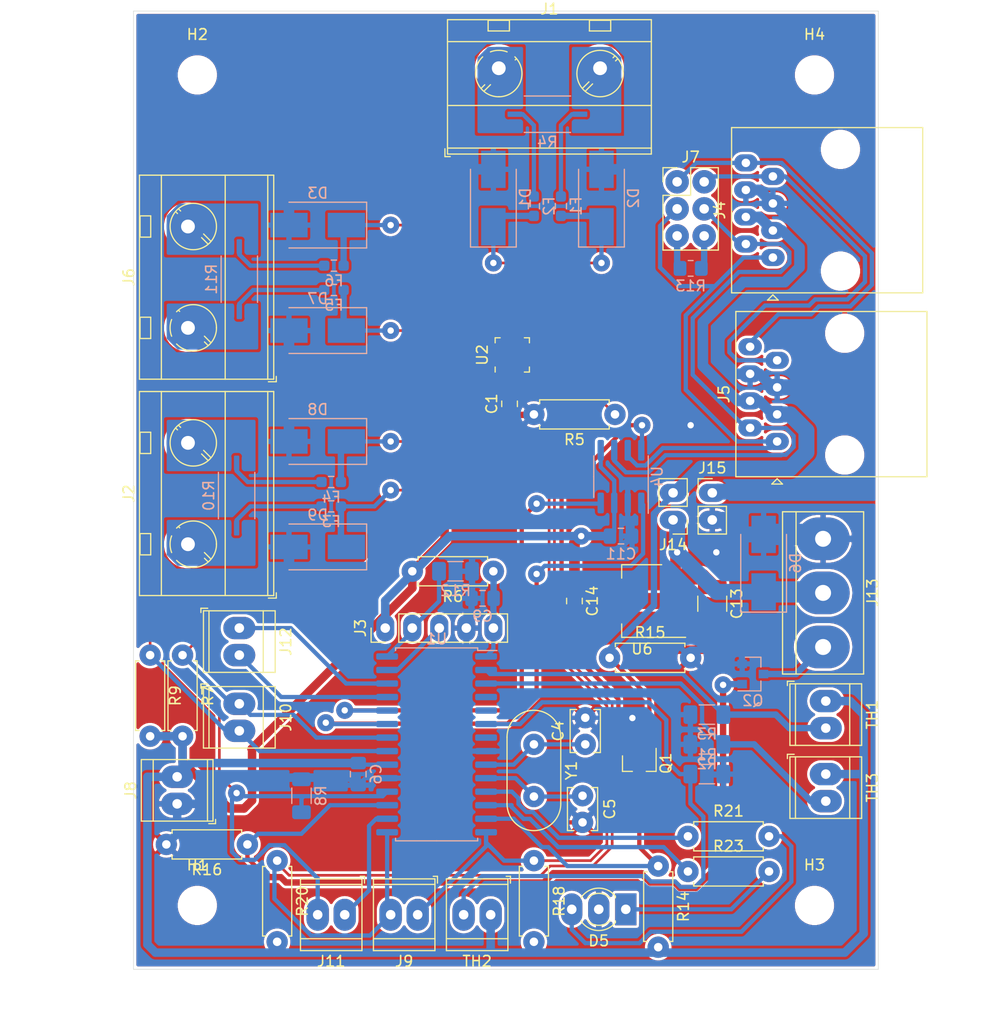
<source format=kicad_pcb>
(kicad_pcb (version 20171130) (host pcbnew 5.1.10)
  (layers (0 F.Cu signal) (31 B.Cu signal) (34 B.Paste user) (35 F.Paste user) (36 B.SilkS user) (37 F.SilkS user) (38 B.Mask user) (39 F.Mask user) (44 Edge.Cuts user))
  (net 0 "")
  (net 1 +5V)
  (net 2 GND)
  (net 3 "Net-(C4-Pad1)")
  (net 4 "Net-(C5-Pad1)")
  (net 5 /MCLR)
  (net 6 +12V)
  (net 7 "Net-(D1-Pad1)")
  (net 8 "Net-(D2-Pad1)")
  (net 9 "Net-(D3-Pad1)")
  (net 10 "Net-(D5-Pad3)")
  (net 11 "Net-(D5-Pad1)")
  (net 12 "Net-(D7-Pad1)")
  (net 13 "Net-(D8-Pad1)")
  (net 14 "Net-(D9-Pad1)")
  (net 15 "Net-(F1-Pad2)")
  (net 16 "Net-(F2-Pad2)")
  (net 17 "Net-(F3-Pad1)")
  (net 18 "Net-(F4-Pad1)")
  (net 19 "Net-(F5-Pad1)")
  (net 20 "Net-(F6-Pad1)")
  (net 21 /S3-)
  (net 22 /S3+)
  (net 23 /S2+)
  (net 24 /S2-)
  (net 25 /PGD)
  (net 26 /PGC)
  (net 27 "Net-(J4-Pad8)")
  (net 28 "Net-(J4-Pad7)")
  (net 29 /CANL)
  (net 30 /CANH)
  (net 31 /S1+)
  (net 32 /S1-)
  (net 33 "Net-(J7-Pad6)")
  (net 34 "Net-(J7-Pad5)")
  (net 35 /SCL)
  (net 36 /SDA)
  (net 37 /AL2)
  (net 38 /AL1)
  (net 39 /IO1)
  (net 40 /DOWN)
  (net 41 /IO2)
  (net 42 /IO3)
  (net 43 "Net-(J13-Pad3)")
  (net 44 /!CANOK)
  (net 45 /ALRM)
  (net 46 "Net-(R1-Pad2)")
  (net 47 "Net-(R2-Pad2)")
  (net 48 "Net-(R3-Pad2)")
  (net 49 "Net-(R5-Pad1)")
  (net 50 "Net-(R21-Pad1)")
  (net 51 "Net-(R23-Pad1)")
  (net 52 /CANRX)
  (net 53 /CANTX)
  (net 54 /+12CAN)
  (net 55 /CANGND)
  (module local:VQFN-16-1EP_3x3mm_P0.5mm_EP1.1x1.1mm (layer F.Cu) (at 85.598 82.296 90)
    (fp_text reference U2 (at 0 -2.82 90) (layer F.SilkS))
    (fp_text value PAC1953-1)
    (pad 17 smd rect (at 0 0 90) (size 1.1 1.1) (layers F.Cu F.Mask) (net 2 GND) (thermal_gap 0.25))
    (pad 16 smd roundrect (at -0.75 -1.4375 180) (size 0.875 0.25) (layers F.Cu F.Paste F.Mask) (net 40 /DOWN) (thermal_gap 0.25))
    (pad 15 smd roundrect (at -0.25 -1.4375 180) (size 0.875 0.25) (layers F.Cu F.Paste F.Mask) (net 37 /AL2) (thermal_gap 0.25))
    (pad 14 smd roundrect (at 0.25 -1.4375 180) (size 0.875 0.25) (layers F.Cu F.Paste F.Mask) (net 14 "Net-(D9-Pad1)") (thermal_gap 0.25))
    (pad 13 smd roundrect (at 0.75 -1.4375 180) (size 0.875 0.25) (layers F.Cu F.Paste F.Mask) (net 13 "Net-(D8-Pad1)") (thermal_gap 0.25))
    (pad 12 smd roundrect (at 1.4375 -0.75 90) (size 0.875 0.25) (layers F.Cu F.Paste F.Mask) (net 12 "Net-(D7-Pad1)") (thermal_gap 0.25))
    (pad 11 smd roundrect (at 1.4375 -0.25 90) (size 0.875 0.25) (layers F.Cu F.Paste F.Mask) (net 9 "Net-(D3-Pad1)") (thermal_gap 0.25))
    (pad 10 smd roundrect (at 1.4375 0.25 90) (size 0.875 0.25) (layers F.Cu F.Paste F.Mask) (net 2 GND) (thermal_gap 0.25))
    (pad 9 smd roundrect (at 1.4375 0.75 90) (size 0.875 0.25) (layers F.Cu F.Paste F.Mask) (net 2 GND) (thermal_gap 0.25))
    (pad 8 smd roundrect (at 0.75 1.4375 180) (size 0.875 0.25) (layers F.Cu F.Paste F.Mask) (net 7 "Net-(D1-Pad1)") (thermal_gap 0.25))
    (pad 7 smd roundrect (at 0.25 1.4375 180) (size 0.875 0.25) (layers F.Cu F.Paste F.Mask) (net 8 "Net-(D2-Pad1)") (thermal_gap 0.25))
    (pad 6 smd roundrect (at -0.25 1.4375 180) (size 0.875 0.25) (layers F.Cu F.Paste F.Mask) (net 49 "Net-(R5-Pad1)") (thermal_gap 0.25))
    (pad 5 smd roundrect (at -0.75 1.4375 180) (size 0.875 0.25) (layers F.Cu F.Paste F.Mask) (net 36 /SDA) (thermal_gap 0.25))
    (pad 4 smd roundrect (at -1.4375 0.75 90) (size 0.875 0.25) (layers F.Cu F.Paste F.Mask) (net 35 /SCL) (thermal_gap 0.25))
    (pad 3 smd roundrect (at -1.4375 0.25 90) (size 0.875 0.25) (layers F.Cu F.Paste F.Mask) (net 2 GND) (thermal_gap 0.25))
    (pad 2 smd roundrect (at -1.4375 -0.25 90) (size 0.875 0.25) (layers F.Cu F.Paste F.Mask) (net 1 +5V) (thermal_gap 0.25))
    (pad 1 smd roundrect (at -1.4375 -0.75 90) (size 0.875 0.25) (layers F.Cu F.Paste F.Mask) (net 38 /AL1) (thermal_gap 0.25))
  )
  (module Connector_PinHeader_2.54mm:PinHeader_1x02_P2.54mm_Vertical (layer F.Cu) (at 104.394 95.25)
    (fp_text reference J15 (at 0 -2.33) (layer F.SilkS))
    (fp_text value CANGND)
    (pad 2 thru_hole oval (at 0 2.54) (size 2.5 1.7) (drill 0.9) (layers *.Cu *.Mask) (net 2 GND))
    (pad 1 thru_hole oval (at 0 0) (size 2.5 1.7) (drill 0.9) (layers *.Cu *.Mask) (net 55 /CANGND))
  )
  (module Diode_SMD:D_SMB_Handsoldering (layer B.Cu) (at 67.31 80.01 180)
    (fp_text reference D7 (at 0 3) (layer B.SilkS) (effects (justify mirror)))
    (fp_text value SMBJ16A)
    (pad 2 smd rect (at 2.7 0 180) (size 3.5 2.3) (layers B.Cu B.Paste B.Mask) (net 2 GND))
    (pad 1 smd rect (at -2.7 0 180) (size 3.5 2.3) (layers B.Cu B.Paste B.Mask) (net 12 "Net-(D7-Pad1)"))
  )
  (module Diode_SMD:D_SMB_Handsoldering (layer B.Cu) (at 67.31 100.33 180)
    (fp_text reference D9 (at 0 3) (layer B.SilkS) (effects (justify mirror)))
    (fp_text value SMBJ16A)
    (pad 2 smd rect (at 2.7 0 180) (size 3.5 2.3) (layers B.Cu B.Paste B.Mask) (net 2 GND))
    (pad 1 smd rect (at -2.7 0 180) (size 3.5 2.3) (layers B.Cu B.Paste B.Mask) (net 14 "Net-(D9-Pad1)"))
  )
  (module Resistor_SMD:R_1206_3216Metric_Pad1.30x1.75mm_HandSolder (layer B.Cu) (at 65.786 123.698 90)
    (fp_text reference R8 (at 0 1.82 90) (layer B.SilkS) (effects (justify mirror)))
    (fp_text value 10K)
    (pad 2 smd roundrect (at 1.55 0 90) (size 1.3 1.75) (layers B.Cu B.Paste B.Mask) (roundrect_rratio 0.1923069230769231) (net 2 GND))
    (pad 1 smd roundrect (at -1.55 0 90) (size 1.3 1.75) (layers B.Cu B.Paste B.Mask) (roundrect_rratio 0.1923069230769231) (net 40 /DOWN))
  )
  (module TerminalBlock_TE-Connectivity:TerminalBlock_TE_282834-2_1x02_P2.54mm_Horizontal (layer F.Cu) (at 59.944 115.062 270)
    (fp_text reference J10 (at 1.27 -4.37 90) (layer F.SilkS))
    (fp_text value int)
    (pad 2 thru_hole oval (at 2.54 0 270) (size 2.1 3) (drill 0.9) (layers *.Cu B.Mask) (net 37 /AL2))
    (pad 1 thru_hole oval (at 0 0 270) (size 2.1 3) (drill 0.9) (layers *.Cu B.Mask) (net 38 /AL1))
  )
  (module Resistor_SMD:R_1206_3216Metric_Pad1.30x1.75mm_HandSolder (layer B.Cu) (at 103.886 116.078)
    (fp_text reference R3 (at 0 1.82) (layer B.SilkS) (effects (justify mirror)))
    (fp_text value 10K)
    (pad 2 smd roundrect (at 1.55 0) (size 1.3 1.75) (layers B.Cu B.Paste B.Mask) (roundrect_rratio 0.1923069230769231) (net 48 "Net-(R3-Pad2)"))
    (pad 1 smd roundrect (at -1.55 0) (size 1.3 1.75) (layers B.Cu B.Paste B.Mask) (roundrect_rratio 0.1923069230769231) (net 2 GND))
  )
  (module Resistor_SMD:R_1206_3216Metric_Pad1.30x1.75mm_HandSolder (layer B.Cu) (at 103.886 118.872)
    (fp_text reference R2 (at 0 1.82) (layer B.SilkS) (effects (justify mirror)))
    (fp_text value 10K)
    (pad 2 smd roundrect (at 1.55 0) (size 1.3 1.75) (layers B.Cu B.Paste B.Mask) (roundrect_rratio 0.1923069230769231) (net 47 "Net-(R2-Pad2)"))
    (pad 1 smd roundrect (at -1.55 0) (size 1.3 1.75) (layers B.Cu B.Paste B.Mask) (roundrect_rratio 0.1923069230769231) (net 2 GND))
  )
  (module Resistor_SMD:R_1206_3216Metric_Pad1.30x1.75mm_HandSolder (layer B.Cu) (at 103.886 121.666 180)
    (fp_text reference R1 (at 0 1.82) (layer B.SilkS) (effects (justify mirror)))
    (fp_text value 10K)
    (pad 2 smd roundrect (at 1.55 0 180) (size 1.3 1.75) (layers B.Cu B.Paste B.Mask) (roundrect_rratio 0.1923069230769231) (net 46 "Net-(R1-Pad2)"))
    (pad 1 smd roundrect (at -1.55 0 180) (size 1.3 1.75) (layers B.Cu B.Paste B.Mask) (roundrect_rratio 0.1923069230769231) (net 2 GND))
  )
  (module Package_SO:SOIC-28W_7.5x17.9mm_P1.27mm (layer B.Cu) (at 78.486 118.872 180)
    (fp_text reference U1 (at 0 9.9) (layer B.SilkS) (effects (justify mirror)))
    (fp_text value PIC18F27Q84)
    (pad 28 smd roundrect (at 4.65 8.255 180) (size 2.05 0.6) (layers B.Cu B.Paste B.Mask) (net 25 /PGD))
    (pad 27 smd roundrect (at 4.65 6.985 180) (size 2.05 0.6) (layers B.Cu B.Paste B.Mask) (net 26 /PGC))
    (pad 26 smd roundrect (at 4.65 5.715 180) (size 2.05 0.6) (layers B.Cu B.Paste B.Mask) (net 42 /IO3))
    (pad 25 smd roundrect (at 4.65 4.445 180) (size 2.05 0.6) (layers B.Cu B.Paste B.Mask) (net 41 /IO2))
    (pad 24 smd roundrect (at 4.65 3.175 180) (size 2.05 0.6) (layers B.Cu B.Paste B.Mask) (net 52 /CANRX))
    (pad 23 smd roundrect (at 4.65 1.905 180) (size 2.05 0.6) (layers B.Cu B.Paste B.Mask) (net 53 /CANTX))
    (pad 22 smd roundrect (at 4.65 0.635 180) (size 2.05 0.6) (layers B.Cu B.Paste B.Mask) (net 38 /AL1))
    (pad 21 smd roundrect (at 4.65 -0.635 180) (size 2.05 0.6) (layers B.Cu B.Paste B.Mask) (net 37 /AL2))
    (pad 20 smd roundrect (at 4.65 -1.905 180) (size 2.05 0.6) (layers B.Cu B.Paste B.Mask) (net 1 +5V))
    (pad 19 smd roundrect (at 4.65 -3.175 180) (size 2.05 0.6) (layers B.Cu B.Paste B.Mask) (net 2 GND))
    (pad 18 smd roundrect (at 4.65 -4.445 180) (size 2.05 0.6) (layers B.Cu B.Paste B.Mask) (net 40 /DOWN))
    (pad 17 smd roundrect (at 4.65 -5.715 180) (size 2.05 0.6) (layers B.Cu B.Paste B.Mask) (net 45 /ALRM))
    (pad 16 smd roundrect (at 4.65 -6.985 180) (size 2.05 0.6) (layers B.Cu B.Paste B.Mask) (net 39 /IO1))
    (pad 15 smd roundrect (at 4.65 -8.255 180) (size 2.05 0.6) (layers B.Cu B.Paste B.Mask) (net 36 /SDA))
    (pad 14 smd roundrect (at -4.65 -8.255 180) (size 2.05 0.6) (layers B.Cu B.Paste B.Mask) (net 35 /SCL))
    (pad 13 smd roundrect (at -4.65 -6.985 180) (size 2.05 0.6) (layers B.Cu B.Paste B.Mask) (net 44 /!CANOK))
    (pad 12 smd roundrect (at -4.65 -5.715 180) (size 2.05 0.6) (layers B.Cu B.Paste B.Mask) (net 51 "Net-(R23-Pad1)"))
    (pad 11 smd roundrect (at -4.65 -4.445 180) (size 2.05 0.6) (layers B.Cu B.Paste B.Mask) (net 50 "Net-(R21-Pad1)"))
    (pad 10 smd roundrect (at -4.65 -3.175 180) (size 2.05 0.6) (layers B.Cu B.Paste B.Mask) (net 4 "Net-(C5-Pad1)"))
    (pad 9 smd roundrect (at -4.65 -1.905 180) (size 2.05 0.6) (layers B.Cu B.Paste B.Mask) (net 3 "Net-(C4-Pad1)"))
    (pad 8 smd roundrect (at -4.65 -0.635 180) (size 2.05 0.6) (layers B.Cu B.Paste B.Mask) (net 2 GND))
    (pad 7 smd roundrect (at -4.65 0.635 180) (size 2.05 0.6) (layers B.Cu B.Paste B.Mask))
    (pad 6 smd roundrect (at -4.65 1.905 180) (size 2.05 0.6) (layers B.Cu B.Paste B.Mask) (net 46 "Net-(R1-Pad2)"))
    (pad 5 smd roundrect (at -4.65 3.175 180) (size 2.05 0.6) (layers B.Cu B.Paste B.Mask))
    (pad 4 smd roundrect (at -4.65 4.445 180) (size 2.05 0.6) (layers B.Cu B.Paste B.Mask))
    (pad 3 smd roundrect (at -4.65 5.715 180) (size 2.05 0.6) (layers B.Cu B.Paste B.Mask) (net 47 "Net-(R2-Pad2)"))
    (pad 2 smd roundrect (at -4.65 6.985 180) (size 2.05 0.6) (layers B.Cu B.Paste B.Mask) (net 48 "Net-(R3-Pad2)"))
    (pad 1 smd roundrect (at -4.65 8.255 180) (size 2.05 0.6) (layers B.Cu B.Paste B.Mask) (net 5 /MCLR))
  )
  (module Resistor_SMD:R_1206_3216Metric_Pad1.30x1.75mm_HandSolder (layer B.Cu) (at 80.264 102.616)
    (fp_text reference R12 (at 0 1.82) (layer B.SilkS) (effects (justify mirror)))
    (fp_text value 10K)
    (pad 2 smd roundrect (at 1.55 0) (size 1.3 1.75) (layers B.Cu B.Paste B.Mask) (roundrect_rratio 0.1923069230769231) (net 2 GND))
    (pad 1 smd roundrect (at -1.55 0) (size 1.3 1.75) (layers B.Cu B.Paste B.Mask) (roundrect_rratio 0.1923069230769231) (net 25 /PGD))
  )
  (module TerminalBlock_TE-Connectivity:TerminalBlock_TE_282834-2_1x02_P2.54mm_Horizontal (layer F.Cu) (at 69.85 134.874 180)
    (fp_text reference J11 (at 1.27 -4.37) (layer F.SilkS))
    (fp_text value GPIO)
    (pad 2 thru_hole oval (at 2.54 0 180) (size 2.1 3) (drill 0.9) (layers *.Cu B.Mask) (net 40 /DOWN))
    (pad 1 thru_hole oval (at 0 0 180) (size 2.1 3) (drill 0.9) (layers *.Cu B.Mask) (net 39 /IO1))
  )
  (module TerminalBlock_TE-Connectivity:TerminalBlock_TE_282834-2_1x02_P2.54mm_Horizontal (layer F.Cu) (at 76.708 134.874 180)
    (fp_text reference J9 (at 1.27 -4.37) (layer F.SilkS))
    (fp_text value I2C)
    (pad 2 thru_hole oval (at 2.54 0 180) (size 2.1 3) (drill 0.9) (layers *.Cu B.Mask) (net 36 /SDA))
    (pad 1 thru_hole oval (at 0 0 180) (size 2.1 3) (drill 0.9) (layers *.Cu B.Mask) (net 35 /SCL))
  )
  (module TerminalBlock_TE-Connectivity:TerminalBlock_TE_282834-2_1x02_P2.54mm_Horizontal (layer F.Cu) (at 83.566 134.874 180)
    (fp_text reference TH2 (at 1.27 -4.37) (layer F.SilkS))
    (fp_text value NTC10K)
    (pad 2 thru_hole oval (at 2.54 0 180) (size 2.1 3) (drill 0.9) (layers *.Cu B.Mask) (net 46 "Net-(R1-Pad2)"))
    (pad 1 thru_hole oval (at 0 0 180) (size 2.1 3) (drill 0.9) (layers *.Cu B.Mask) (net 1 +5V))
  )
  (module Connector_RJ:RJ45_Amphenol_54602-x08_Horizontal (layer F.Cu) (at 110.49 90.424 90)
    (fp_text reference J5 (at 4.445 -5 90) (layer F.SilkS))
    (fp_text value RJ45)
    (pad 8 thru_hole oval (at 8.89 -2.54 90) (size 1.6 2.2) (drill 0.8) (layers *.Cu B.Mask) (net 27 "Net-(J4-Pad8)"))
    (pad 7 thru_hole oval (at 7.62 0 90) (size 1.6 2.2) (drill 0.8) (layers *.Cu B.Mask) (net 28 "Net-(J4-Pad7)"))
    (pad 6 thru_hole oval (at 6.35 -2.54 90) (size 1.6 2.2) (drill 0.8) (layers *.Cu B.Mask) (net 55 /CANGND))
    (pad 5 thru_hole oval (at 5.08 0 90) (size 1.6 2.2) (drill 0.8) (layers *.Cu B.Mask) (net 55 /CANGND))
    (pad 4 thru_hole oval (at 3.81 -2.54 90) (size 1.6 2.2) (drill 0.8) (layers *.Cu B.Mask) (net 54 /+12CAN))
    (pad 3 thru_hole oval (at 2.54 0 90) (size 1.6 2.2) (drill 0.8) (layers *.Cu B.Mask) (net 54 /+12CAN))
    (pad 2 thru_hole oval (at 1.27 -2.54 90) (size 1.6 2.2) (drill 0.8) (layers *.Cu B.Mask) (net 29 /CANL))
    (pad 1 thru_hole oval (at 0 0 90) (size 1.6 2.2) (drill 0.8) (layers *.Cu B.Mask) (net 30 /CANH))
    (pad "" np_thru_hole oval (at -1.27 6.35 90) (size 3.2 3.2) (drill 3.2) (layers *.Cu))
    (pad "" np_thru_hole oval (at 10.16 6.35 90) (size 3.2 3.2) (drill 3.2) (layers *.Cu))
  )
  (module Crystal:Crystal_HC18-U_Vertical (layer F.Cu) (at 87.63 118.872 270)
    (fp_text reference Y1 (at 2.45 -3.525 90) (layer F.SilkS))
    (fp_text value 10Mhz)
    (pad 2 thru_hole circle (at 4.9 0 270) (size 2 2) (drill 0.8) (layers *.Cu *.Mask) (net 4 "Net-(C5-Pad1)"))
    (pad 1 thru_hole circle (at 0 0 270) (size 2 2) (drill 0.8) (layers *.Cu *.Mask) (net 3 "Net-(C4-Pad1)"))
  )
  (module Package_TO_SOT_SMD:SOT-223-3_TabPin2 (layer F.Cu) (at 97.79 105.41 180)
    (fp_text reference U6 (at 0 -4.5) (layer F.SilkS))
    (fp_text value " LDL1117S50R")
    (pad 1 smd rect (at -3.15 -2.3 180) (size 2 1.5) (layers F.Cu F.Paste F.Mask) (net 2 GND))
    (pad 3 smd rect (at -3.15 2.3 180) (size 2 1.5) (layers F.Cu F.Paste F.Mask) (net 6 +12V))
    (pad 2 smd rect (at -3.15 0 180) (size 2 1.5) (layers F.Cu F.Paste F.Mask) (net 1 +5V))
    (pad 2 smd rect (at 3.15 0 180) (size 2 3.8) (layers F.Cu F.Paste F.Mask) (net 1 +5V))
  )
  (module Package_SO:SOIC-8_3.9x4.9mm_P1.27mm (layer B.Cu) (at 95.816 93.726 90)
    (fp_text reference U4 (at 0 3.4 90) (layer B.SilkS) (effects (justify mirror)))
    (fp_text value TLE9250VSJXUMA1)
    (pad 8 smd roundrect (at 2.475 1.905 90) (size 1.95 0.6) (layers B.Cu B.Paste B.Mask) (net 44 /!CANOK))
    (pad 7 smd roundrect (at 2.475 0.635 90) (size 1.95 0.6) (layers B.Cu B.Paste B.Mask) (net 30 /CANH))
    (pad 6 smd roundrect (at 2.475 -0.635 90) (size 1.95 0.6) (layers B.Cu B.Paste B.Mask) (net 29 /CANL))
    (pad 5 smd roundrect (at 2.475 -1.905 90) (size 1.95 0.6) (layers B.Cu B.Paste B.Mask) (net 1 +5V))
    (pad 4 smd roundrect (at -2.475 -1.905 90) (size 1.95 0.6) (layers B.Cu B.Paste B.Mask) (net 52 /CANRX))
    (pad 3 smd roundrect (at -2.475 -0.635 90) (size 1.95 0.6) (layers B.Cu B.Paste B.Mask) (net 1 +5V))
    (pad 2 smd roundrect (at -2.475 0.635 90) (size 1.95 0.6) (layers B.Cu B.Paste B.Mask) (net 2 GND))
    (pad 1 smd roundrect (at -2.475 1.905 90) (size 1.95 0.6) (layers B.Cu B.Paste B.Mask) (net 53 /CANTX))
  )
  (module TerminalBlock_TE-Connectivity:TerminalBlock_TE_282834-2_1x02_P2.54mm_Horizontal (layer F.Cu) (at 115.062 121.666 270)
    (fp_text reference TH3 (at 1.27 -4.37 90) (layer F.SilkS))
    (fp_text value NTC10K)
    (pad 2 thru_hole oval (at 2.54 0 270) (size 2.1 3) (drill 0.9) (layers *.Cu B.Mask) (net 47 "Net-(R2-Pad2)"))
    (pad 1 thru_hole oval (at 0 0 270) (size 2.1 3) (drill 0.9) (layers *.Cu B.Mask) (net 1 +5V))
  )
  (module TerminalBlock_TE-Connectivity:TerminalBlock_TE_282834-2_1x02_P2.54mm_Horizontal (layer F.Cu) (at 115.062 114.808 270)
    (fp_text reference TH1 (at 1.27 -4.37 90) (layer F.SilkS))
    (fp_text value NTC10K)
    (pad 2 thru_hole oval (at 2.54 0 270) (size 2.1 3) (drill 0.9) (layers *.Cu B.Mask) (net 48 "Net-(R3-Pad2)"))
    (pad 1 thru_hole oval (at 0 0 270) (size 2.1 3) (drill 0.9) (layers *.Cu B.Mask) (net 1 +5V))
  )
  (module Resistor_THT:R_Axial_DIN0207_L6.3mm_D2.5mm_P7.62mm_Horizontal (layer F.Cu) (at 102.108 130.81)
    (fp_text reference R23 (at 3.81 -2.37) (layer F.SilkS))
    (fp_text value 330)
    (pad 2 thru_hole circle (at 7.62 0) (size 2 2) (drill 0.8) (layers *.Cu *.Mask) (net 11 "Net-(D5-Pad1)"))
    (pad 1 thru_hole circle (at 0 0) (size 2 2) (drill 0.8) (layers *.Cu *.Mask) (net 51 "Net-(R23-Pad1)"))
  )
  (module Resistor_THT:R_Axial_DIN0207_L6.3mm_D2.5mm_P7.62mm_Horizontal (layer F.Cu) (at 102.108 127.508)
    (fp_text reference R21 (at 3.81 -2.37) (layer F.SilkS))
    (fp_text value 330)
    (pad 2 thru_hole circle (at 7.62 0) (size 2 2) (drill 0.8) (layers *.Cu *.Mask) (net 10 "Net-(D5-Pad3)"))
    (pad 1 thru_hole circle (at 0 0) (size 2 2) (drill 0.8) (layers *.Cu *.Mask) (net 50 "Net-(R21-Pad1)"))
  )
  (module Resistor_THT:R_Axial_DIN0207_L6.3mm_D2.5mm_P7.62mm_Horizontal (layer F.Cu) (at 63.5 129.794 270)
    (fp_text reference R20 (at 3.81 -2.37 90) (layer F.SilkS))
    (fp_text value 4K7)
    (pad 2 thru_hole circle (at 7.62 0 270) (size 2 2) (drill 0.8) (layers *.Cu *.Mask) (net 1 +5V))
    (pad 1 thru_hole circle (at 0 0 270) (size 2 2) (drill 0.8) (layers *.Cu *.Mask) (net 36 /SDA))
  )
  (module Resistor_THT:R_Axial_DIN0207_L6.3mm_D2.5mm_P7.62mm_Horizontal (layer F.Cu) (at 87.63 129.794 270)
    (fp_text reference R18 (at 3.81 -2.37 90) (layer F.SilkS))
    (fp_text value 4K7)
    (pad 2 thru_hole circle (at 7.62 0 270) (size 2 2) (drill 0.8) (layers *.Cu *.Mask) (net 1 +5V))
    (pad 1 thru_hole circle (at 0 0 270) (size 2 2) (drill 0.8) (layers *.Cu *.Mask) (net 35 /SCL))
  )
  (module Resistor_THT:R_Axial_DIN0207_L6.3mm_D2.5mm_P7.62mm_Horizontal (layer F.Cu) (at 60.706 128.27 180)
    (fp_text reference R16 (at 3.81 -2.37) (layer F.SilkS))
    (fp_text value 10K)
    (pad 2 thru_hole circle (at 7.62 0 180) (size 2 2) (drill 0.8) (layers *.Cu *.Mask) (net 2 GND))
    (pad 1 thru_hole circle (at 0 0 180) (size 2 2) (drill 0.8) (layers *.Cu *.Mask) (net 45 /ALRM))
  )
  (module Resistor_THT:R_Axial_DIN0207_L6.3mm_D2.5mm_P7.62mm_Horizontal (layer F.Cu) (at 94.742 110.744)
    (fp_text reference R15 (at 3.81 -2.37) (layer F.SilkS))
    (fp_text value 100K)
    (pad 2 thru_hole circle (at 7.62 0) (size 2 2) (drill 0.8) (layers *.Cu *.Mask) (net 2 GND))
    (pad 1 thru_hole circle (at 0 0) (size 2 2) (drill 0.8) (layers *.Cu *.Mask) (net 54 /+12CAN))
  )
  (module Resistor_THT:R_Axial_DIN0207_L6.3mm_D2.5mm_P7.62mm_Horizontal (layer F.Cu) (at 99.314 130.302 270)
    (fp_text reference R14 (at 3.81 -2.37 90) (layer F.SilkS))
    (fp_text value 10K)
    (pad 2 thru_hole circle (at 7.62 0 270) (size 2 2) (drill 0.8) (layers *.Cu *.Mask) (net 1 +5V))
    (pad 1 thru_hole circle (at 0 0 270) (size 2 2) (drill 0.8) (layers *.Cu *.Mask) (net 44 /!CANOK))
  )
  (module Resistor_SMD:R_0805_2012Metric_Pad1.20x1.40mm_HandSolder (layer B.Cu) (at 102.362 74.168)
    (fp_text reference R13 (at 0 1.65) (layer B.SilkS) (effects (justify mirror)))
    (fp_text value 100)
    (pad 2 smd roundrect (at 1 0) (size 1.2 1.4) (layers B.Cu B.Paste B.Mask) (roundrect_rratio 0.2083325) (net 33 "Net-(J7-Pad6)"))
    (pad 1 smd roundrect (at -1 0) (size 1.2 1.4) (layers B.Cu B.Paste B.Mask) (roundrect_rratio 0.2083325) (net 34 "Net-(J7-Pad5)"))
  )
  (module local:R-Shunt_2512_6332Metric_Pad1.40x3.35mm_HandSolder (layer B.Cu) (at 59.944 75.184 270)
    (fp_text reference R11 (at 0 2.62 90) (layer B.SilkS) (effects (justify mirror)))
    (fp_text value 0.002)
    (pad 2 smd roundrect (at -3.05 0 270) (size 1.4 0.5) (layers B.Cu) (roundrect_rratio 0.179) (net 20 "Net-(F6-Pad1)"))
    (pad 3 smd roundrect (at 3.05 0 270) (size 1.4 0.5) (layers B.Cu) (roundrect_rratio 0.179) (net 19 "Net-(F5-Pad1)"))
    (pad 4 smd roundrect (at 3.05 -1.075 270) (size 1.4 1.2) (layers B.Cu) (roundrect_rratio 0.179) (net 32 /S1-))
    (pad 4 smd roundrect (at 3.05 1.075 270) (size 1.4 1.2) (layers B.Cu) (roundrect_rratio 0.179) (net 32 /S1-))
    (pad 1 smd roundrect (at -3.05 -1.075 270) (size 1.4 1.2) (layers B.Cu B.Paste B.Mask) (roundrect_rratio 0.179) (net 31 /S1+))
    (pad 1 smd roundrect (at -3.05 1.075 270) (size 1.4 1.2) (layers B.Cu) (roundrect_rratio 0.179) (net 31 /S1+))
  )
  (module local:R-Shunt_2512_6332Metric_Pad1.40x3.35mm_HandSolder (layer B.Cu) (at 59.69 95.504 270)
    (fp_text reference R10 (at 0 2.62 270) (layer B.SilkS) (effects (justify mirror)))
    (fp_text value 0.002)
    (pad 2 smd roundrect (at -3.05 0 270) (size 1.4 0.5) (layers B.Cu) (roundrect_rratio 0.179) (net 18 "Net-(F4-Pad1)"))
    (pad 3 smd roundrect (at 3.05 0 270) (size 1.4 0.5) (layers B.Cu) (roundrect_rratio 0.179) (net 17 "Net-(F3-Pad1)"))
    (pad 4 smd roundrect (at 3.05 -1.075 270) (size 1.4 1.2) (layers B.Cu) (roundrect_rratio 0.179) (net 24 /S2-))
    (pad 4 smd roundrect (at 3.05 1.075 270) (size 1.4 1.2) (layers B.Cu) (roundrect_rratio 0.179) (net 24 /S2-))
    (pad 1 smd roundrect (at -3.05 -1.075 270) (size 1.4 1.2) (layers B.Cu B.Paste B.Mask) (roundrect_rratio 0.179) (net 23 /S2+))
    (pad 1 smd roundrect (at -3.05 1.075 270) (size 1.4 1.2) (layers B.Cu) (roundrect_rratio 0.179) (net 23 /S2+))
  )
  (module Resistor_THT:R_Axial_DIN0207_L6.3mm_D2.5mm_P7.62mm_Horizontal (layer F.Cu) (at 51.562 110.49 270)
    (fp_text reference R9 (at 3.81 -2.37 90) (layer F.SilkS))
    (fp_text value 10K)
    (pad 2 thru_hole circle (at 7.62 0 270) (size 2 2) (drill 0.8) (layers *.Cu *.Mask) (net 1 +5V))
    (pad 1 thru_hole circle (at 0 0 270) (size 2 2) (drill 0.8) (layers *.Cu *.Mask) (net 37 /AL2))
  )
  (module Resistor_THT:R_Axial_DIN0207_L6.3mm_D2.5mm_P7.62mm_Horizontal (layer F.Cu) (at 54.61 110.49 270)
    (fp_text reference R7 (at 3.81 -2.37 90) (layer F.SilkS))
    (fp_text value 10K)
    (pad 2 thru_hole circle (at 7.62 0 270) (size 2 2) (drill 0.8) (layers *.Cu *.Mask) (net 1 +5V))
    (pad 1 thru_hole circle (at 0 0 270) (size 2 2) (drill 0.8) (layers *.Cu *.Mask) (net 38 /AL1))
  )
  (module Resistor_THT:R_Axial_DIN0207_L6.3mm_D2.5mm_P7.62mm_Horizontal (layer F.Cu) (at 83.82 102.616 180)
    (fp_text reference R6 (at 3.81 -2.37) (layer F.SilkS))
    (fp_text value 10K)
    (pad 2 thru_hole circle (at 7.62 0 180) (size 2 2) (drill 0.8) (layers *.Cu *.Mask) (net 1 +5V))
    (pad 1 thru_hole circle (at 0 0 180) (size 2 2) (drill 0.8) (layers *.Cu *.Mask) (net 5 /MCLR))
  )
  (module Resistor_THT:R_Axial_DIN0207_L6.3mm_D2.5mm_P7.62mm_Horizontal (layer F.Cu) (at 95.25 87.884 180)
    (fp_text reference R5 (at 3.81 -2.37) (layer F.SilkS))
    (fp_text value 10K)
    (pad 2 thru_hole circle (at 7.62 0 180) (size 2 2) (drill 0.8) (layers *.Cu *.Mask) (net 2 GND))
    (pad 1 thru_hole circle (at 0 0 180) (size 2 2) (drill 0.8) (layers *.Cu *.Mask) (net 49 "Net-(R5-Pad1)"))
  )
  (module local:R-Shunt_2512_6332Metric_Pad1.40x3.35mm_HandSolder (layer B.Cu) (at 88.9 59.69)
    (fp_text reference R4 (at 0 2.62) (layer B.SilkS) (effects (justify mirror)))
    (fp_text value 0.002)
    (pad 2 smd roundrect (at -3.05 0) (size 1.4 0.5) (layers B.Cu) (roundrect_rratio 0.179) (net 16 "Net-(F2-Pad2)"))
    (pad 3 smd roundrect (at 3.05 0) (size 1.4 0.5) (layers B.Cu) (roundrect_rratio 0.179) (net 15 "Net-(F1-Pad2)"))
    (pad 4 smd roundrect (at 3.05 -1.075) (size 1.4 1.2) (layers B.Cu) (roundrect_rratio 0.179) (net 21 /S3-))
    (pad 4 smd roundrect (at 3.05 1.075) (size 1.4 1.2) (layers B.Cu) (roundrect_rratio 0.179) (net 21 /S3-))
    (pad 1 smd roundrect (at -3.05 -1.075) (size 1.4 1.2) (layers B.Cu B.Paste B.Mask) (roundrect_rratio 0.179) (net 22 /S3+))
    (pad 1 smd roundrect (at -3.05 1.075) (size 1.4 1.2) (layers B.Cu) (roundrect_rratio 0.179) (net 22 /S3+))
  )
  (module Package_TO_SOT_SMD:SOT-23 (layer B.Cu) (at 108.204 112.268)
    (fp_text reference Q2 (at 0 2.5) (layer B.SilkS) (effects (justify mirror)))
    (fp_text value ZXMN3A01FTA)
    (pad 3 smd rect (at 1 0) (size 0.9 0.8) (layers B.Cu B.Paste B.Mask) (net 43 "Net-(J13-Pad3)"))
    (pad 2 smd rect (at -1 -0.95) (size 0.9 0.8) (layers B.Cu B.Paste B.Mask) (net 2 GND))
    (pad 1 smd rect (at -1 0.95) (size 0.9 0.8) (layers B.Cu B.Paste B.Mask) (net 45 /ALRM))
  )
  (module Package_TO_SOT_SMD:SOT-23 (layer F.Cu) (at 97.536 120.65 270)
    (fp_text reference Q1 (at 0 -2.5 90) (layer F.SilkS))
    (fp_text value BSS123)
    (pad 3 smd rect (at 1 0 270) (size 0.9 0.8) (layers F.Cu F.Paste F.Mask) (net 44 /!CANOK))
    (pad 2 smd rect (at -1 0.95 270) (size 0.9 0.8) (layers F.Cu F.Paste F.Mask) (net 2 GND))
    (pad 1 smd rect (at -1 -0.95 270) (size 0.9 0.8) (layers F.Cu F.Paste F.Mask) (net 54 /+12CAN))
  )
  (module Connector_PinHeader_2.54mm:PinHeader_1x02_P2.54mm_Vertical (layer F.Cu) (at 100.711 97.79 180)
    (fp_text reference J14 (at 0 -2.33) (layer F.SilkS))
    (fp_text value CAN_PWR)
    (pad 2 thru_hole oval (at 0 2.54 180) (size 2.5 1.7) (drill 0.9) (layers *.Cu *.Mask) (net 54 /+12CAN))
    (pad 1 thru_hole oval (at 0 0 180) (size 2.5 1.7) (drill 0.9) (layers *.Cu *.Mask) (net 6 +12V))
  )
  (module TerminalBlock:TerminalBlock_bornier-3_P5.08mm (layer F.Cu) (at 114.808 99.568 270)
    (fp_text reference J13 (at 5.05 -4.65 90) (layer F.SilkS))
    (fp_text value power)
    (pad 3 thru_hole oval (at 10.16 0 270) (size 4 5) (drill 1.5) (layers *.Cu B.Mask) (net 43 "Net-(J13-Pad3)"))
    (pad 2 thru_hole oval (at 5.08 0 270) (size 4 5) (drill 1.5) (layers *.Cu B.Mask) (net 6 +12V))
    (pad 1 thru_hole oval (at 0 0 270) (size 4 5) (drill 1.5) (layers *.Cu B.Mask) (net 2 GND))
  )
  (module TerminalBlock_TE-Connectivity:TerminalBlock_TE_282834-2_1x02_P2.54mm_Horizontal (layer F.Cu) (at 59.944 107.95 270)
    (fp_text reference J12 (at 1.27 -4.37 90) (layer F.SilkS))
    (fp_text value GPIO)
    (pad 2 thru_hole oval (at 2.54 0 270) (size 2.1 3) (drill 0.9) (layers *.Cu B.Mask) (net 41 /IO2))
    (pad 1 thru_hole oval (at 0 0 270) (size 2.1 3) (drill 0.9) (layers *.Cu B.Mask) (net 42 /IO3))
  )
  (module TerminalBlock_TE-Connectivity:TerminalBlock_TE_282834-2_1x02_P2.54mm_Horizontal (layer F.Cu) (at 54.102 124.46 90)
    (fp_text reference J8 (at 1.27 -4.37 90) (layer F.SilkS))
    (fp_text value 5V)
    (pad 2 thru_hole oval (at 2.54 0 90) (size 2.1 3) (drill 0.9) (layers *.Cu B.Mask) (net 1 +5V))
    (pad 1 thru_hole oval (at 0 0 90) (size 2.1 3) (drill 0.9) (layers *.Cu B.Mask) (net 2 GND))
  )
  (module Connector_PinHeader_2.54mm:PinHeader_2x03_P2.54mm_Vertical (layer F.Cu) (at 101.092 66.04)
    (fp_text reference J7 (at 1.27 -2.33) (layer F.SilkS))
    (fp_text value Conn_02x03_Odd_Even)
    (pad 6 thru_hole oval (at 2.54 5.08) (size 2.2 2.2) (drill 0.9) (layers *.Cu B.Mask) (net 33 "Net-(J7-Pad6)"))
    (pad 5 thru_hole oval (at 0 5.08) (size 2.2 2.2) (drill 0.9) (layers *.Cu B.Mask) (net 34 "Net-(J7-Pad5)"))
    (pad 4 thru_hole oval (at 2.54 2.54) (size 2.2 2.2) (drill 0.9) (layers *.Cu B.Mask) (net 29 /CANL))
    (pad 3 thru_hole oval (at 0 2.54) (size 2.2 2.2) (drill 0.9) (layers *.Cu B.Mask) (net 30 /CANH))
    (pad 2 thru_hole oval (at 2.54 0) (size 2.2 2.2) (drill 0.9) (layers *.Cu B.Mask) (net 28 "Net-(J4-Pad7)"))
    (pad 1 thru_hole oval (at 0 0) (size 2.2 2.2) (drill 0.9) (layers *.Cu B.Mask) (net 27 "Net-(J4-Pad8)"))
  )
  (module TerminalBlock_MetzConnect:TerminalBlock_MetzConnect_Type703_RT10N02HGLU_1x02_P9.52mm_Horizontal (layer F.Cu) (at 55.118 79.756 90)
    (fp_text reference J6 (at 4.76 -5.56 90) (layer F.SilkS))
    (fp_text value sense2)
    (pad 2 thru_hole circle (at 9.52 0 90) (size 4 4) (drill 1.3) (layers *.Cu B.Mask) (net 31 /S1+))
    (pad 1 thru_hole circle (at 0 0 90) (size 4 4) (drill 1.3) (layers *.Cu B.Mask) (net 32 /S1-))
  )
  (module Connector_RJ:RJ45_Amphenol_54602-x08_Horizontal (layer F.Cu) (at 110.09 73.152 90)
    (fp_text reference J4 (at 4.445 -5 90) (layer F.SilkS))
    (fp_text value RJ45)
    (pad 8 thru_hole oval (at 8.89 -2.54 90) (size 1.6 2.2) (drill 0.8) (layers *.Cu B.Mask) (net 27 "Net-(J4-Pad8)"))
    (pad 7 thru_hole oval (at 7.62 0 90) (size 1.6 2.2) (drill 0.8) (layers *.Cu B.Mask) (net 28 "Net-(J4-Pad7)"))
    (pad 6 thru_hole oval (at 6.35 -2.54 90) (size 1.6 2.2) (drill 0.8) (layers *.Cu B.Mask) (net 55 /CANGND))
    (pad 5 thru_hole oval (at 5.08 0 90) (size 1.6 2.2) (drill 0.8) (layers *.Cu B.Mask) (net 55 /CANGND))
    (pad 4 thru_hole oval (at 3.81 -2.54 90) (size 1.6 2.2) (drill 0.8) (layers *.Cu B.Mask) (net 54 /+12CAN))
    (pad 3 thru_hole oval (at 2.54 0 90) (size 1.6 2.2) (drill 0.8) (layers *.Cu B.Mask) (net 54 /+12CAN))
    (pad 2 thru_hole oval (at 1.27 -2.54 90) (size 1.6 2.2) (drill 0.8) (layers *.Cu B.Mask) (net 29 /CANL))
    (pad 1 thru_hole oval (at 0 0 90) (size 1.6 2.2) (drill 0.8) (layers *.Cu B.Mask) (net 30 /CANH))
    (pad "" np_thru_hole oval (at -1.27 6.35 90) (size 3.2 3.2) (drill 3.2) (layers *.Cu))
    (pad "" np_thru_hole oval (at 10.16 6.35 90) (size 3.2 3.2) (drill 3.2) (layers *.Cu))
  )
  (module Connector_PinHeader_2.54mm:PinHeader_1x05_P2.54mm_Vertical (layer F.Cu) (at 73.66 107.95 90)
    (fp_text reference J3 (at 0 -2.33 90) (layer F.SilkS))
    (fp_text value Conn_01x05_Male)
    (pad 5 thru_hole oval (at 0 10.16 90) (size 2.5 1.7) (drill 0.9) (layers *.Cu B.Mask) (net 5 /MCLR))
    (pad 4 thru_hole oval (at 0 7.62 90) (size 2.5 1.7) (drill 0.9) (layers *.Cu B.Mask) (net 2 GND))
    (pad 3 thru_hole oval (at 0 5.08 90) (size 2.5 1.7) (drill 0.9) (layers *.Cu B.Mask) (net 26 /PGC))
    (pad 2 thru_hole oval (at 0 2.54 90) (size 2.5 1.7) (drill 0.9) (layers *.Cu B.Mask) (net 25 /PGD))
    (pad 1 thru_hole oval (at 0 0 90) (size 2.5 1.7) (drill 0.9) (layers *.Cu B.Mask) (net 1 +5V))
  )
  (module TerminalBlock_MetzConnect:TerminalBlock_MetzConnect_Type703_RT10N02HGLU_1x02_P9.52mm_Horizontal (layer F.Cu) (at 55.118 100.076 90)
    (fp_text reference J2 (at 4.76 -5.56 90) (layer F.SilkS))
    (fp_text value sense1)
    (pad 2 thru_hole circle (at 9.52 0 90) (size 4 4) (drill 1.3) (layers *.Cu B.Mask) (net 23 /S2+))
    (pad 1 thru_hole circle (at 0 0 90) (size 4 4) (drill 1.3) (layers *.Cu B.Mask) (net 24 /S2-))
  )
  (module TerminalBlock_MetzConnect:TerminalBlock_MetzConnect_Type703_RT10N02HGLU_1x02_P9.52mm_Horizontal (layer F.Cu) (at 84.328 55.372)
    (fp_text reference J1 (at 4.76 -5.56) (layer F.SilkS))
    (fp_text value sense3)
    (pad 2 thru_hole circle (at 9.52 0) (size 4 4) (drill 1.3) (layers *.Cu B.Mask) (net 21 /S3-))
    (pad 1 thru_hole circle (at 0 0) (size 4 4) (drill 1.3) (layers *.Cu B.Mask) (net 22 /S3+))
  )
  (module MountingHole:MountingHole_3.2mm_M3_DIN965 (layer F.Cu) (at 114 56)
    (fp_text reference H4 (at 0 -3.8) (layer F.SilkS))
    (fp_text value MountingHole)
    (pad 1 np_thru_hole circle (at 0 0) (size 3.2 3.2) (drill 3.2) (layers *.Cu *.Mask))
  )
  (module MountingHole:MountingHole_3.2mm_M3_DIN965 (layer F.Cu) (at 114 134)
    (fp_text reference H3 (at 0 -3.8) (layer F.SilkS))
    (fp_text value MountingHole)
    (pad 1 np_thru_hole circle (at 0 0) (size 3.2 3.2) (drill 3.2) (layers *.Cu *.Mask))
  )
  (module MountingHole:MountingHole_3.2mm_M3_DIN965 (layer F.Cu) (at 56 56)
    (fp_text reference H2 (at 0 -3.8) (layer F.SilkS))
    (fp_text value MountingHole)
    (pad 1 np_thru_hole circle (at 0 0) (size 3.2 3.2) (drill 3.2) (layers *.Cu *.Mask))
  )
  (module MountingHole:MountingHole_3.2mm_M3_DIN965 (layer F.Cu) (at 56 134)
    (fp_text reference H1 (at 0 -3.8) (layer F.SilkS))
    (fp_text value MountingHole)
    (pad 1 np_thru_hole circle (at 0 0) (size 3.2 3.2) (drill 3.2) (layers *.Cu *.Mask))
  )
  (module Resistor_SMD:R_0603_1608Metric_Pad0.98x0.95mm_HandSolder (layer B.Cu) (at 68.834 73.914)
    (fp_text reference F6 (at 0 1.43) (layer B.SilkS) (effects (justify mirror)))
    (fp_text value " MC011422")
    (pad 2 smd roundrect (at 0.9125 0) (size 0.975 0.95) (layers B.Cu B.Paste B.Mask) (net 9 "Net-(D3-Pad1)"))
    (pad 1 smd roundrect (at -0.9125 0) (size 0.975 0.95) (layers B.Cu B.Paste B.Mask) (net 20 "Net-(F6-Pad1)"))
  )
  (module Resistor_SMD:R_0603_1608Metric_Pad0.98x0.95mm_HandSolder (layer B.Cu) (at 68.834 76.2)
    (fp_text reference F5 (at 0 1.43) (layer B.SilkS) (effects (justify mirror)))
    (fp_text value " MC011422")
    (pad 2 smd roundrect (at 0.9125 0) (size 0.975 0.95) (layers B.Cu B.Paste B.Mask) (net 12 "Net-(D7-Pad1)"))
    (pad 1 smd roundrect (at -0.9125 0) (size 0.975 0.95) (layers B.Cu B.Paste B.Mask) (net 19 "Net-(F5-Pad1)"))
  )
  (module Resistor_SMD:R_0603_1608Metric_Pad0.98x0.95mm_HandSolder (layer B.Cu) (at 68.58 94.234)
    (fp_text reference F4 (at 0 1.43) (layer B.SilkS) (effects (justify mirror)))
    (fp_text value " MC011422")
    (pad 2 smd roundrect (at 0.9125 0) (size 0.975 0.95) (layers B.Cu B.Paste B.Mask) (net 13 "Net-(D8-Pad1)"))
    (pad 1 smd roundrect (at -0.9125 0) (size 0.975 0.95) (layers B.Cu B.Paste B.Mask) (net 18 "Net-(F4-Pad1)"))
  )
  (module Resistor_SMD:R_0603_1608Metric_Pad0.98x0.95mm_HandSolder (layer B.Cu) (at 68.58 96.52)
    (fp_text reference F3 (at 0 1.43) (layer B.SilkS) (effects (justify mirror)))
    (fp_text value " MC011422")
    (pad 2 smd roundrect (at 0.9125 0) (size 0.975 0.95) (layers B.Cu B.Paste B.Mask) (net 14 "Net-(D9-Pad1)"))
    (pad 1 smd roundrect (at -0.9125 0) (size 0.975 0.95) (layers B.Cu B.Paste B.Mask) (net 17 "Net-(F3-Pad1)"))
  )
  (module Resistor_SMD:R_0603_1608Metric_Pad0.98x0.95mm_HandSolder (layer B.Cu) (at 87.63 68.326 90)
    (fp_text reference F2 (at 0 1.43 270) (layer B.SilkS) (effects (justify mirror)))
    (fp_text value " MC011422")
    (pad 2 smd roundrect (at 0.9125 0 90) (size 0.975 0.95) (layers B.Cu B.Paste B.Mask) (net 16 "Net-(F2-Pad2)"))
    (pad 1 smd roundrect (at -0.9125 0 90) (size 0.975 0.95) (layers B.Cu B.Paste B.Mask) (net 7 "Net-(D1-Pad1)"))
  )
  (module Resistor_SMD:R_0603_1608Metric_Pad0.98x0.95mm_HandSolder (layer B.Cu) (at 90.17 68.326 90)
    (fp_text reference F1 (at 0 1.43 270) (layer B.SilkS) (effects (justify mirror)))
    (fp_text value " MC011422")
    (pad 2 smd roundrect (at 0.9125 0 90) (size 0.975 0.95) (layers B.Cu B.Paste B.Mask) (net 15 "Net-(F1-Pad2)"))
    (pad 1 smd roundrect (at -0.9125 0 90) (size 0.975 0.95) (layers B.Cu B.Paste B.Mask) (net 8 "Net-(D2-Pad1)"))
  )
  (module Diode_SMD:D_SMB_Handsoldering (layer B.Cu) (at 67.31 90.424 180)
    (fp_text reference D8 (at 0 3) (layer B.SilkS) (effects (justify mirror)))
    (fp_text value SMBJ16A)
    (pad 2 smd rect (at 2.7 0 180) (size 3.5 2.3) (layers B.Cu B.Paste B.Mask) (net 2 GND))
    (pad 1 smd rect (at -2.7 0 180) (size 3.5 2.3) (layers B.Cu B.Paste B.Mask) (net 13 "Net-(D8-Pad1)"))
  )
  (module Diode_SMD:D_SMB_Handsoldering (layer B.Cu) (at 109.22 101.854 90)
    (fp_text reference D6 (at 0 3 -90) (layer B.SilkS) (effects (justify mirror)))
    (fp_text value SMBJ16A)
    (pad 2 smd rect (at 2.7 0 90) (size 3.5 2.3) (layers B.Cu B.Paste B.Mask) (net 2 GND))
    (pad 1 smd rect (at -2.7 0 90) (size 3.5 2.3) (layers B.Cu B.Paste B.Mask) (net 6 +12V))
  )
  (module LED_THT:LED_D3.0mm-3 (layer F.Cu) (at 96.266 134.366 180)
    (fp_text reference D5 (at 2.54 -2.96) (layer F.SilkS))
    (fp_text value LED)
    (pad 3 thru_hole oval (at 5.08 0 180) (size 2 3) (drill 0.9) (layers *.Cu *.Mask) (net 10 "Net-(D5-Pad3)"))
    (pad 2 thru_hole oval (at 2.54 0 180) (size 2 3) (drill 0.9) (layers *.Cu *.Mask) (net 2 GND))
    (pad 1 thru_hole rect (at 0 0 180) (size 2 3) (drill 0.9) (layers *.Cu *.Mask) (net 11 "Net-(D5-Pad1)"))
  )
  (module Diode_SMD:D_SMB_Handsoldering (layer B.Cu) (at 67.31 70.104 180)
    (fp_text reference D3 (at 0 3) (layer B.SilkS) (effects (justify mirror)))
    (fp_text value SMBJ16A)
    (pad 2 smd rect (at 2.7 0 180) (size 3.5 2.3) (layers B.Cu B.Paste B.Mask) (net 2 GND))
    (pad 1 smd rect (at -2.7 0 180) (size 3.5 2.3) (layers B.Cu B.Paste B.Mask) (net 9 "Net-(D3-Pad1)"))
  )
  (module Diode_SMD:D_SMB_Handsoldering (layer B.Cu) (at 93.98 67.564 90)
    (fp_text reference D2 (at 0 3 270) (layer B.SilkS) (effects (justify mirror)))
    (fp_text value SMBJ16A)
    (pad 2 smd rect (at 2.7 0 90) (size 3.5 2.3) (layers B.Cu B.Paste B.Mask) (net 2 GND))
    (pad 1 smd rect (at -2.7 0 90) (size 3.5 2.3) (layers B.Cu B.Paste B.Mask) (net 8 "Net-(D2-Pad1)"))
  )
  (module Diode_SMD:D_SMB_Handsoldering (layer B.Cu) (at 83.82 67.564 90)
    (fp_text reference D1 (at 0 3 270) (layer B.SilkS) (effects (justify mirror)))
    (fp_text value SMBJ16A)
    (pad 2 smd rect (at 2.7 0 90) (size 3.5 2.3) (layers B.Cu B.Paste B.Mask) (net 2 GND))
    (pad 1 smd rect (at -2.7 0 90) (size 3.5 2.3) (layers B.Cu B.Paste B.Mask) (net 7 "Net-(D1-Pad1)"))
  )
  (module Capacitor_SMD:C_0805_2012Metric_Pad1.18x1.45mm_HandSolder (layer F.Cu) (at 91.44 105.41 270)
    (fp_text reference C14 (at 0 -1.68 90) (layer F.SilkS))
    (fp_text value 10uF)
    (pad 2 smd roundrect (at 1.0375 0 270) (size 1.175 1.45) (layers F.Cu F.Paste F.Mask) (roundrect_rratio 0.2127659574468085) (net 2 GND))
    (pad 1 smd roundrect (at -1.0375 0 270) (size 1.175 1.45) (layers F.Cu F.Paste F.Mask) (roundrect_rratio 0.2127659574468085) (net 1 +5V))
  )
  (module Capacitor_SMD:C_1210_3225Metric_Pad1.33x2.70mm_HandSolder (layer F.Cu) (at 104.394 105.664 270)
    (fp_text reference C13 (at 0 -2.3 90) (layer F.SilkS))
    (fp_text value 10uF)
    (pad 2 smd roundrect (at 1.5625 0 270) (size 1.325 2.7) (layers F.Cu F.Paste F.Mask) (roundrect_rratio 0.1886769811320755) (net 2 GND))
    (pad 1 smd roundrect (at -1.5625 0 270) (size 1.325 2.7) (layers F.Cu F.Paste F.Mask) (roundrect_rratio 0.1886769811320755) (net 6 +12V))
  )
  (module Capacitor_SMD:C_0805_2012Metric_Pad1.18x1.45mm_HandSolder (layer B.Cu) (at 95.816 99.314)
    (fp_text reference C11 (at 0 1.68) (layer B.SilkS) (effects (justify mirror)))
    (fp_text value 100nF)
    (pad 2 smd roundrect (at 1.0375 0) (size 1.175 1.45) (layers B.Cu B.Paste B.Mask) (roundrect_rratio 0.2127659574468085) (net 2 GND))
    (pad 1 smd roundrect (at -1.0375 0) (size 1.175 1.45) (layers B.Cu B.Paste B.Mask) (roundrect_rratio 0.2127659574468085) (net 1 +5V))
  )
  (module Capacitor_SMD:C_0805_2012Metric_Pad1.18x1.45mm_HandSolder (layer B.Cu) (at 82.804 105.156)
    (fp_text reference C9 (at 0 1.68) (layer B.SilkS) (effects (justify mirror)))
    (fp_text value 100nF)
    (pad 2 smd roundrect (at 1.0375 0) (size 1.175 1.45) (layers B.Cu B.Paste B.Mask) (roundrect_rratio 0.2127659574468085) (net 5 /MCLR))
    (pad 1 smd roundrect (at -1.0375 0) (size 1.175 1.45) (layers B.Cu B.Paste B.Mask) (roundrect_rratio 0.2127659574468085) (net 2 GND))
  )
  (module Capacitor_SMD:C_0805_2012Metric_Pad1.18x1.45mm_HandSolder (layer B.Cu) (at 71.12 121.666 90)
    (fp_text reference C6 (at 0 1.68 90) (layer B.SilkS) (effects (justify mirror)))
    (fp_text value 100nF)
    (pad 2 smd roundrect (at 1.0375 0 90) (size 1.175 1.45) (layers B.Cu B.Paste B.Mask) (roundrect_rratio 0.2127659574468085) (net 1 +5V))
    (pad 1 smd roundrect (at -1.0375 0 90) (size 1.175 1.45) (layers B.Cu B.Paste B.Mask) (roundrect_rratio 0.2127659574468085) (net 2 GND))
  )
  (module Capacitor_THT:C_Disc_D3.8mm_W2.6mm_P2.50mm (layer F.Cu) (at 92.202 123.698 270)
    (fp_text reference C5 (at 1.25 -2.55 90) (layer F.SilkS))
    (fp_text value 22pF)
    (pad 2 thru_hole circle (at 2.5 0 270) (size 2 2) (drill 0.8) (layers *.Cu *.Mask) (net 2 GND))
    (pad 1 thru_hole circle (at 0 0 270) (size 2 2) (drill 0.8) (layers *.Cu *.Mask) (net 4 "Net-(C5-Pad1)"))
  )
  (module Capacitor_THT:C_Disc_D3.8mm_W2.6mm_P2.50mm (layer F.Cu) (at 92.456 118.872 90)
    (fp_text reference C4 (at 1.25 -2.55 90) (layer F.SilkS))
    (fp_text value 22pF)
    (pad 2 thru_hole circle (at 2.5 0 90) (size 2 2) (drill 0.8) (layers *.Cu *.Mask) (net 2 GND))
    (pad 1 thru_hole circle (at 0 0 90) (size 2 2) (drill 0.8) (layers *.Cu *.Mask) (net 3 "Net-(C4-Pad1)"))
  )
  (module Capacitor_SMD:C_0805_2012Metric_Pad1.18x1.45mm_HandSolder (layer F.Cu) (at 85.344 86.8895 90)
    (fp_text reference C1 (at 0 -1.68 90) (layer F.SilkS))
    (fp_text value 100nF)
    (pad 2 smd roundrect (at 1.0375 0 90) (size 1.175 1.45) (layers F.Cu F.Paste F.Mask) (roundrect_rratio 0.2127659574468085) (net 1 +5V))
    (pad 1 smd roundrect (at -1.0375 0 90) (size 1.175 1.45) (layers F.Cu F.Paste F.Mask) (roundrect_rratio 0.2127659574468085) (net 2 GND))
  )
  (gr_line (start 50 140) (end 50 50) (layer Edge.Cuts) (width 0.05))
  (gr_line (start 120 140) (end 50 140) (layer Edge.Cuts) (width 0.05))
  (gr_line (start 120 50) (end 120 140) (layer Edge.Cuts) (width 0.05))
  (gr_line (start 50 50) (end 120 50) (layer Edge.Cuts) (width 0.05))
  (segment (start 93.911 91.251) (end 93.911 92.837) (width 0.4) (layer B.Cu) (net 1))
  (segment (start 95.181 94.107) (end 95.181 96.201) (width 0.4) (layer B.Cu) (net 1))
  (segment (start 93.911 92.837) (end 95.181 94.107) (width 0.4) (layer B.Cu) (net 1))
  (segment (start 95.181 98.9115) (end 94.7785 99.314) (width 0.4) (layer B.Cu) (net 1))
  (segment (start 95.181 96.201) (end 95.181 98.9115) (width 0.4) (layer B.Cu) (net 1))
  (segment (start 73.836 120.777) (end 71.2685 120.777) (width 0.4) (layer B.Cu) (net 1))
  (segment (start 83.136 134.19) (end 83.82 134.874) (width 0.4) (layer B.Cu) (net 1))
  (segment (start 116.84 138.43) (end 118.618 136.652) (width 0.8) (layer B.Cu) (net 1))
  (segment (start 117.348 114.808) (end 115.062 114.808) (width 0.8) (layer B.Cu) (net 1))
  (segment (start 118.618 116.078) (end 117.348 114.808) (width 0.8) (layer B.Cu) (net 1))
  (segment (start 118.364 121.666) (end 118.618 121.412) (width 0.8) (layer B.Cu) (net 1))
  (segment (start 115.062 121.666) (end 118.364 121.666) (width 0.8) (layer B.Cu) (net 1))
  (segment (start 118.618 136.652) (end 118.618 120.142) (width 0.8) (layer B.Cu) (net 1))
  (segment (start 118.618 121.412) (end 118.618 116.078) (width 0.8) (layer B.Cu) (net 1))
  (segment (start 83.566 138.176) (end 83.312 138.43) (width 0.8) (layer B.Cu) (net 1))
  (segment (start 83.566 134.874) (end 83.566 138.176) (width 0.8) (layer B.Cu) (net 1))
  (segment (start 63.246 138.43) (end 83.312 138.43) (width 0.8) (layer B.Cu) (net 1))
  (segment (start 51.308 137.668) (end 52.07 138.43) (width 0.8) (layer B.Cu) (net 1))
  (segment (start 51.308 121.92) (end 51.308 137.668) (width 0.8) (layer B.Cu) (net 1))
  (segment (start 100.94 105.41) (end 94.64 105.41) (width 1.5) (layer F.Cu) (net 1))
  (segment (start 93.6025 104.3725) (end 94.64 105.41) (width 1) (layer F.Cu) (net 1))
  (segment (start 91.44 104.3725) (end 93.6025 104.3725) (width 1) (layer F.Cu) (net 1))
  (segment (start 114.554 114.808) (end 115.062 114.808) (width 0.8) (layer F.Cu) (net 1))
  (segment (start 63.246 137.414) (end 63.246 138.43) (width 0.4) (layer B.Cu) (net 1))
  (segment (start 52.07 138.43) (end 63.246 138.43) (width 0.8) (layer B.Cu) (net 1))
  (segment (start 87.63 138.176) (end 87.884 138.43) (width 0.4) (layer B.Cu) (net 1))
  (segment (start 87.63 137.414) (end 87.63 138.176) (width 0.4) (layer B.Cu) (net 1))
  (segment (start 83.312 138.43) (end 87.884 138.43) (width 0.8) (layer B.Cu) (net 1))
  (segment (start 85.348 85.848) (end 85.344 85.852) (width 0.25) (layer F.Cu) (net 1))
  (segment (start 85.348 83.7335) (end 85.348 85.848) (width 0.25) (layer F.Cu) (net 1))
  (segment (start 99.314 138.176) (end 99.568 138.43) (width 0.4) (layer B.Cu) (net 1))
  (segment (start 99.314 137.922) (end 99.314 138.176) (width 0.4) (layer B.Cu) (net 1))
  (segment (start 87.884 138.43) (end 99.568 138.43) (width 0.8) (layer B.Cu) (net 1))
  (segment (start 99.568 138.43) (end 116.84 138.43) (width 0.8) (layer B.Cu) (net 1))
  (segment (start 54.102 121.92) (end 51.308 121.92) (width 0.8) (layer B.Cu) (net 1))
  (segment (start 76.2 104.200177) (end 61.098167 119.30201) (width 0.8) (layer F.Cu) (net 1))
  (segment (start 76.2 102.616) (end 76.2 104.200177) (width 0.8) (layer F.Cu) (net 1))
  (segment (start 54.61 118.11) (end 51.562 118.11) (width 0.8) (layer B.Cu) (net 1))
  (segment (start 54.61 121.412) (end 54.102 121.92) (width 0.8) (layer B.Cu) (net 1))
  (segment (start 54.61 118.11) (end 54.61 121.412) (width 0.8) (layer B.Cu) (net 1))
  (segment (start 55.3935 120.6285) (end 54.102 121.92) (width 0.8) (layer B.Cu) (net 1))
  (segment (start 71.12 120.6285) (end 55.3935 120.6285) (width 0.8) (layer B.Cu) (net 1))
  (segment (start 61.140001 119.343844) (end 61.098167 119.30201) (width 0.8) (layer F.Cu) (net 1))
  (segment (start 61.140001 124.140001) (end 61.140001 119.343844) (width 0.8) (layer F.Cu) (net 1))
  (segment (start 60.386001 124.894001) (end 61.140001 124.140001) (width 0.8) (layer F.Cu) (net 1))
  (segment (start 58.993999 124.894001) (end 60.386001 124.894001) (width 0.8) (layer F.Cu) (net 1))
  (segment (start 54.61 120.510002) (end 58.993999 124.894001) (width 0.8) (layer F.Cu) (net 1))
  (segment (start 54.61 118.11) (end 54.61 120.510002) (width 0.8) (layer F.Cu) (net 1))
  (via (at 92.075002 99.314) (size 1.6) (drill 0.6) (layers F.Cu B.Cu) (net 1))
  (segment (start 73.66 105.37219) (end 79.71819 99.314) (width 0.8) (layer B.Cu) (net 1))
  (segment (start 79.71819 99.314) (end 92.075002 99.314) (width 0.8) (layer B.Cu) (net 1))
  (segment (start 73.66 107.95) (end 73.66 105.37219) (width 0.8) (layer B.Cu) (net 1))
  (segment (start 91.44 99.949002) (end 92.075002 99.314) (width 1) (layer F.Cu) (net 1))
  (segment (start 91.44 104.3725) (end 91.44 99.949002) (width 1) (layer F.Cu) (net 1))
  (segment (start 94.7785 99.314) (end 92.075002 99.314) (width 0.8) (layer B.Cu) (net 1))
  (segment (start 79.23704 99.57896) (end 76.2 102.616) (width 0.8) (layer F.Cu) (net 1))
  (segment (start 79.23704 88.009468) (end 79.23704 99.57896) (width 0.8) (layer F.Cu) (net 1))
  (segment (start 85.344 85.852) (end 81.394508 85.852) (width 0.8) (layer F.Cu) (net 1))
  (segment (start 81.394508 85.852) (end 79.23704 88.009468) (width 0.8) (layer F.Cu) (net 1))
  (segment (start 96.451 98.9115) (end 96.8535 99.314) (width 0.4) (layer B.Cu) (net 2))
  (segment (start 96.451 96.201) (end 96.451 98.9115) (width 0.4) (layer B.Cu) (net 2))
  (segment (start 71.7765 122.047) (end 71.12 122.7035) (width 0.4) (layer B.Cu) (net 2))
  (segment (start 73.836 122.047) (end 71.7765 122.047) (width 0.4) (layer B.Cu) (net 2))
  (segment (start 84.709 119.507) (end 83.136 119.507) (width 0.4) (layer B.Cu) (net 2))
  (segment (start 87.844 116.372) (end 84.709 119.507) (width 0.4) (layer B.Cu) (net 2))
  (segment (start 77.597 122.047) (end 73.836 122.047) (width 0.4) (layer B.Cu) (net 2))
  (segment (start 80.137 119.507) (end 77.597 122.047) (width 0.4) (layer B.Cu) (net 2))
  (segment (start 114.394 99.154) (end 114.808 99.568) (width 2) (layer B.Cu) (net 2))
  (segment (start 109.22 99.154) (end 114.394 99.154) (width 2) (layer B.Cu) (net 2))
  (segment (start 104.394 109.474) (end 104.394 107.2265) (width 0.8) (layer F.Cu) (net 2))
  (segment (start 103.886 109.982) (end 104.394 109.474) (width 0.8) (layer F.Cu) (net 2))
  (segment (start 107.9115 107.2265) (end 104.394 107.2265) (width 0.8) (layer F.Cu) (net 2))
  (segment (start 108.712 106.426) (end 107.9115 107.2265) (width 0.8) (layer F.Cu) (net 2))
  (segment (start 114.808 99.568) (end 119.17099 99.568) (width 0.6) (layer B.Cu) (net 2))
  (segment (start 116.263558 107.22799) (end 112.56401 107.22799) (width 0.5) (layer B.Cu) (net 2))
  (segment (start 119.17099 104.320558) (end 116.263558 107.22799) (width 0.5) (layer B.Cu) (net 2))
  (segment (start 119.17099 99.568) (end 119.17099 104.320558) (width 0.5) (layer B.Cu) (net 2))
  (segment (start 81.28 119.38) (end 81.153 119.507) (width 0.4) (layer B.Cu) (net 2))
  (segment (start 81.28 107.442) (end 81.28 119.38) (width 0.4) (layer B.Cu) (net 2))
  (segment (start 83.136 119.507) (end 81.153 119.507) (width 0.4) (layer B.Cu) (net 2))
  (segment (start 81.153 119.507) (end 80.137 119.507) (width 0.4) (layer B.Cu) (net 2))
  (segment (start 81.7665 107.4635) (end 81.28 107.95) (width 0.6) (layer B.Cu) (net 2))
  (segment (start 81.7665 105.156) (end 81.7665 107.4635) (width 0.6) (layer B.Cu) (net 2))
  (segment (start 81.814 105.1085) (end 81.7665 105.156) (width 0.6) (layer B.Cu) (net 2))
  (segment (start 81.814 102.616) (end 81.814 105.1085) (width 0.6) (layer B.Cu) (net 2))
  (segment (start 102.108 110.236) (end 101.854 109.982) (width 0.8) (layer F.Cu) (net 2))
  (segment (start 101.854 109.982) (end 103.886 109.982) (width 0.8) (layer F.Cu) (net 2))
  (segment (start 86.44401 86.82699) (end 85.344 87.927) (width 0.25) (layer F.Cu) (net 2))
  (segment (start 86.44401 85.25561) (end 86.44401 86.82699) (width 0.25) (layer F.Cu) (net 2))
  (segment (start 85.848 84.6596) (end 86.44401 85.25561) (width 0.25) (layer F.Cu) (net 2))
  (segment (start 85.848 83.7335) (end 85.848 84.6596) (width 0.25) (layer F.Cu) (net 2))
  (segment (start 85.848 82.546) (end 85.598 82.296) (width 0.25) (layer F.Cu) (net 2))
  (segment (start 85.848 83.7335) (end 85.848 82.546) (width 0.25) (layer F.Cu) (net 2))
  (segment (start 85.848 82.046) (end 85.598 82.296) (width 0.25) (layer F.Cu) (net 2))
  (segment (start 85.848 80.8585) (end 85.848 82.046) (width 0.25) (layer F.Cu) (net 2))
  (segment (start 86.348 80.8585) (end 86.348 75.793002) (width 0.25) (layer F.Cu) (net 2))
  (segment (start 81.814 102.616) (end 81.814 101.118) (width 0.6) (layer B.Cu) (net 2))
  (segment (start 95.101501 101.065999) (end 96.8535 99.314) (width 0.6) (layer B.Cu) (net 2))
  (segment (start 81.866001 101.065999) (end 95.101501 101.065999) (width 0.6) (layer B.Cu) (net 2))
  (segment (start 81.814 101.118) (end 81.866001 101.065999) (width 0.6) (layer B.Cu) (net 2))
  (segment (start 87.587 87.927) (end 87.63 87.884) (width 0.6) (layer F.Cu) (net 2))
  (segment (start 85.344 87.927) (end 87.587 87.927) (width 0.6) (layer F.Cu) (net 2))
  (segment (start 97.487979 86.333999) (end 98.641989 85.179989) (width 0.6) (layer B.Cu) (net 2))
  (segment (start 89.180001 86.333999) (end 97.487979 86.333999) (width 0.6) (layer B.Cu) (net 2))
  (segment (start 87.63 87.884) (end 89.180001 86.333999) (width 0.6) (layer B.Cu) (net 2))
  (segment (start 91.450001 107.960001) (end 91.44 107.95) (width 0.8) (layer F.Cu) (net 2))
  (segment (start 100.94 107.71) (end 100.689999 107.960001) (width 0.8) (layer F.Cu) (net 2))
  (segment (start 100.94 107.71) (end 100.94 109.83) (width 0.8) (layer F.Cu) (net 2))
  (segment (start 101.092 109.982) (end 102.362 109.982) (width 0.8) (layer F.Cu) (net 2))
  (segment (start 100.94 109.83) (end 101.092 109.982) (width 0.8) (layer F.Cu) (net 2))
  (segment (start 102.362 109.982) (end 107.188 109.982) (width 0.6) (layer B.Cu) (net 2))
  (segment (start 107.188 111.302) (end 107.204 111.318) (width 0.6) (layer B.Cu) (net 2))
  (segment (start 107.188 109.982) (end 107.188 111.302) (width 0.6) (layer B.Cu) (net 2))
  (segment (start 91.44 106.4475) (end 91.44 107.95) (width 0.8) (layer F.Cu) (net 2))
  (segment (start 102.336 118.872) (end 102.336 116.078) (width 0.4) (layer B.Cu) (net 2))
  (segment (start 106.660001 129.612675) (end 99.956675 136.316001) (width 0.4) (layer F.Cu) (net 2))
  (segment (start 106.660001 112.683999) (end 106.660001 129.612675) (width 0.4) (layer F.Cu) (net 2))
  (segment (start 103.958002 109.982) (end 106.660001 112.683999) (width 0.4) (layer F.Cu) (net 2))
  (segment (start 102.362 109.982) (end 103.958002 109.982) (width 0.4) (layer F.Cu) (net 2))
  (segment (start 93.726 134.366) (end 93.726 136.906) (width 0.4) (layer F.Cu) (net 2))
  (segment (start 98.773997 136.316001) (end 99.956675 136.316001) (width 0.4) (layer F.Cu) (net 2))
  (segment (start 98.183998 136.906) (end 98.773997 136.316001) (width 0.4) (layer F.Cu) (net 2))
  (segment (start 93.726 136.906) (end 98.183998 136.906) (width 0.4) (layer F.Cu) (net 2))
  (segment (start 54.416177 124.46) (end 54.102 124.46) (width 0.8) (layer B.Cu) (net 2))
  (segment (start 56.402 124.46) (end 54.102 124.46) (width 0.8) (layer B.Cu) (net 2))
  (segment (start 58.868001 121.993999) (end 56.402 124.46) (width 0.8) (layer B.Cu) (net 2))
  (segment (start 70.410499 121.993999) (end 58.868001 121.993999) (width 0.8) (layer B.Cu) (net 2))
  (segment (start 71.12 122.7035) (end 70.410499 121.993999) (width 0.8) (layer B.Cu) (net 2))
  (segment (start 54.102 127.254) (end 53.086 128.27) (width 0.8) (layer B.Cu) (net 2))
  (segment (start 54.102 124.46) (end 54.102 127.254) (width 0.8) (layer B.Cu) (net 2))
  (segment (start 81.374 72.953002) (end 81.374 68.42) (width 0.25) (layer F.Cu) (net 2))
  (segment (start 83.714 75.293002) (end 81.374 72.953002) (width 0.25) (layer F.Cu) (net 2))
  (segment (start 85.848 75.293002) (end 83.714 75.293002) (width 0.25) (layer F.Cu) (net 2))
  (segment (start 86.199002 75.793002) (end 85.848 75.442) (width 0.25) (layer F.Cu) (net 2))
  (segment (start 86.348 75.793002) (end 86.199002 75.793002) (width 0.25) (layer F.Cu) (net 2))
  (segment (start 85.848 80.8585) (end 85.848 75.442) (width 0.25) (layer F.Cu) (net 2))
  (segment (start 85.848 75.442) (end 85.848 75.293002) (width 0.25) (layer F.Cu) (net 2))
  (segment (start 96.68 64.864) (end 93.98 64.864) (width 1) (layer B.Cu) (net 2))
  (segment (start 96.598001 64.782001) (end 96.68 64.864) (width 1) (layer B.Cu) (net 2))
  (segment (start 96.598001 54.051999) (end 96.598001 64.782001) (width 1) (layer B.Cu) (net 2))
  (segment (start 81.671999 64.864) (end 81.577999 64.77) (width 1) (layer B.Cu) (net 2))
  (segment (start 83.82 64.864) (end 81.671999 64.864) (width 1) (layer B.Cu) (net 2))
  (segment (start 81.577999 64.77) (end 81.577999 54.051999) (width 1) (layer B.Cu) (net 2))
  (segment (start 81.577999 54.051999) (end 83.007999 52.621999) (width 1) (layer B.Cu) (net 2))
  (segment (start 83.007999 52.621999) (end 95.168001 52.621999) (width 1) (layer B.Cu) (net 2))
  (segment (start 95.168001 52.621999) (end 96.598001 54.051999) (width 1) (layer B.Cu) (net 2))
  (segment (start 96.598001 64.782001) (end 97.597981 64.782001) (width 1) (layer B.Cu) (net 2))
  (segment (start 81.577999 64.77) (end 65.532 64.77) (width 1) (layer B.Cu) (net 2))
  (segment (start 64.61 65.692) (end 64.61 70.104) (width 1) (layer B.Cu) (net 2))
  (segment (start 65.532 64.77) (end 64.61 65.692) (width 1) (layer B.Cu) (net 2))
  (segment (start 52.367999 81.076001) (end 56.381998 85.09) (width 1) (layer B.Cu) (net 2))
  (segment (start 65.532 64.77) (end 56.513998 64.77) (width 1) (layer B.Cu) (net 2))
  (segment (start 56.513998 64.77) (end 52.367999 68.915999) (width 1) (layer B.Cu) (net 2))
  (segment (start 56.381998 85.09) (end 64.262 85.09) (width 1) (layer B.Cu) (net 2))
  (segment (start 64.61 84.742) (end 64.61 80.01) (width 1) (layer B.Cu) (net 2))
  (segment (start 64.262 85.09) (end 64.61 84.742) (width 1) (layer B.Cu) (net 2))
  (segment (start 64.61 84.742) (end 64.61 90.424) (width 1) (layer B.Cu) (net 2))
  (segment (start 52.367999 101.396001) (end 55.365998 104.394) (width 1) (layer B.Cu) (net 2))
  (segment (start 52.367999 80.220001) (end 52.367999 101.396001) (width 1) (layer B.Cu) (net 2))
  (segment (start 52.367999 80.220001) (end 52.367999 81.076001) (width 1) (layer B.Cu) (net 2))
  (segment (start 52.367999 68.915999) (end 52.367999 80.220001) (width 1) (layer B.Cu) (net 2))
  (segment (start 55.365998 104.394) (end 64.262 104.394) (width 1) (layer B.Cu) (net 2))
  (segment (start 64.61 104.046) (end 64.61 100.33) (width 1) (layer B.Cu) (net 2))
  (segment (start 64.262 104.394) (end 64.61 104.046) (width 1) (layer B.Cu) (net 2))
  (segment (start 100.689999 107.960001) (end 91.450001 107.960001) (width 0.8) (layer F.Cu) (net 2))
  (segment (start 86.32 126.198) (end 92.202 126.198) (width 0.4) (layer F.Cu) (net 2))
  (segment (start 83.566 123.444) (end 86.32 126.198) (width 0.4) (layer F.Cu) (net 2))
  (segment (start 92.456 116.372) (end 93.258 116.372) (width 0.4) (layer F.Cu) (net 2))
  (segment (start 91.450001 109.598003) (end 96.586 114.734002) (width 0.4) (layer F.Cu) (net 2))
  (segment (start 91.450001 107.960001) (end 91.450001 109.598003) (width 0.4) (layer F.Cu) (net 2))
  (segment (start 55.611989 125.744011) (end 53.086 128.27) (width 0.4) (layer F.Cu) (net 2))
  (segment (start 81.011989 125.744011) (end 55.611989 125.744011) (width 0.4) (layer F.Cu) (net 2))
  (segment (start 83.566 123.19) (end 81.011989 125.744011) (width 0.4) (layer F.Cu) (net 2))
  (segment (start 83.566 123.19) (end 83.566 123.444) (width 0.4) (layer F.Cu) (net 2))
  (segment (start 83.566 119.440504) (end 83.566 123.19) (width 0.4) (layer F.Cu) (net 2))
  (segment (start 86.634504 116.372) (end 83.566 119.440504) (width 0.4) (layer F.Cu) (net 2))
  (segment (start 92.456 116.372) (end 87.844 116.372) (width 0.4) (layer B.Cu) (net 2))
  (segment (start 92.456 116.372) (end 86.634504 116.372) (width 0.4) (layer F.Cu) (net 2))
  (via (at 96.885999 116.398) (size 1.6) (drill 0.6) (layers F.Cu B.Cu) (net 2))
  (segment (start 92.456 116.372) (end 96.859999 116.372) (width 0.4) (layer B.Cu) (net 2))
  (segment (start 96.859999 116.372) (end 96.885999 116.398) (width 0.4) (layer B.Cu) (net 2))
  (segment (start 96.885999 116.474001) (end 96.586 116.774) (width 0.4) (layer F.Cu) (net 2))
  (segment (start 96.885999 116.398) (end 96.885999 116.474001) (width 0.4) (layer F.Cu) (net 2))
  (segment (start 96.586 114.734002) (end 96.586 116.774) (width 0.4) (layer F.Cu) (net 2))
  (segment (start 96.586 116.774) (end 96.586 119.65) (width 0.4) (layer F.Cu) (net 2))
  (via (at 102.362 88.9) (size 1.6) (drill 0.6) (layers F.Cu B.Cu) (net 2))
  (segment (start 82.23 67.564) (end 96.68 67.564) (width 0.8) (layer F.Cu) (net 2))
  (segment (start 96.68 67.564) (end 96.68 83.218) (width 0.8) (layer F.Cu) (net 2))
  (segment (start 81.374 68.42) (end 82.23 67.564) (width 0.8) (layer F.Cu) (net 2))
  (segment (start 98.641989 85.179989) (end 102.362 88.9) (width 0.8) (layer B.Cu) (net 2))
  (segment (start 96.68 83.218) (end 102.362 88.9) (width 0.8) (layer F.Cu) (net 2))
  (segment (start 108.712 95.25) (end 108.712 97.79) (width 1) (layer F.Cu) (net 2))
  (segment (start 102.362 88.9) (end 108.712 95.25) (width 1) (layer F.Cu) (net 2))
  (segment (start 108.712 97.79) (end 108.712 100.584) (width 0.8) (layer F.Cu) (net 2))
  (segment (start 108.712 100.584) (end 108.712 106.426) (width 0.8) (layer F.Cu) (net 2))
  (segment (start 98.641989 65.826009) (end 97.597981 64.782001) (width 0.8) (layer B.Cu) (net 2))
  (segment (start 98.641989 85.179989) (end 98.641989 65.826009) (width 0.8) (layer B.Cu) (net 2))
  (segment (start 108.204 109.982) (end 107.188 109.982) (width 0.6) (layer B.Cu) (net 2))
  (segment (start 112.56401 107.22799) (end 110.95801 107.22799) (width 0.6) (layer B.Cu) (net 2))
  (segment (start 110.95801 107.22799) (end 108.204 109.982) (width 0.6) (layer B.Cu) (net 2))
  (via (at 104.775 100.838) (size 1.6) (drill 0.6) (layers F.Cu B.Cu) (net 2))
  (segment (start 104.775 100.838) (end 108.458 100.838) (width 0.8) (layer F.Cu) (net 2))
  (segment (start 108.458 100.838) (end 108.712 100.584) (width 0.8) (layer F.Cu) (net 2))
  (segment (start 104.394 97.79) (end 105.41 97.79) (width 1.5) (layer B.Cu) (net 2))
  (segment (start 106.774 99.154) (end 109.22 99.154) (width 1.5) (layer B.Cu) (net 2))
  (segment (start 105.41 97.79) (end 106.774 99.154) (width 1.5) (layer B.Cu) (net 2))
  (segment (start 106.459 99.154) (end 106.774 99.154) (width 1.5) (layer B.Cu) (net 2))
  (segment (start 104.775 100.838) (end 106.459 99.154) (width 1.5) (layer B.Cu) (net 2))
  (segment (start 93.726 136.266) (end 93.726 134.366) (width 0.4) (layer B.Cu) (net 2))
  (segment (start 97.626001 136.316001) (end 93.776001 136.316001) (width 0.4) (layer B.Cu) (net 2))
  (segment (start 97.716001 136.226001) (end 97.626001 136.316001) (width 0.4) (layer B.Cu) (net 2))
  (segment (start 97.716001 135.747989) (end 97.716001 136.226001) (width 0.4) (layer B.Cu) (net 2))
  (segment (start 106.936011 135.747989) (end 97.716001 135.747989) (width 0.4) (layer B.Cu) (net 2))
  (segment (start 105.436 121.666) (end 105.436 125.362002) (width 0.4) (layer B.Cu) (net 2))
  (segment (start 105.436 125.362002) (end 109.031999 128.958001) (width 0.4) (layer B.Cu) (net 2))
  (segment (start 109.031999 128.958001) (end 110.022003 128.958001) (width 0.4) (layer B.Cu) (net 2))
  (segment (start 110.022003 128.958001) (end 111.178 130.113998) (width 0.4) (layer B.Cu) (net 2))
  (segment (start 111.178 130.113998) (end 111.178 131.506) (width 0.4) (layer B.Cu) (net 2))
  (segment (start 93.776001 136.316001) (end 93.726 136.266) (width 0.4) (layer B.Cu) (net 2))
  (segment (start 111.178 131.506) (end 106.936011 135.747989) (width 0.4) (layer B.Cu) (net 2))
  (segment (start 105.309 121.793) (end 105.436 121.666) (width 0.4) (layer B.Cu) (net 2))
  (segment (start 103.886 121.793) (end 105.309 121.793) (width 0.4) (layer B.Cu) (net 2))
  (segment (start 102.336 118.872) (end 103.886 118.872) (width 0.4) (layer B.Cu) (net 2))
  (segment (start 103.886 118.872) (end 103.886 121.793) (width 0.4) (layer B.Cu) (net 2))
  (segment (start 85.725 120.777) (end 87.63 118.872) (width 0.4) (layer B.Cu) (net 3))
  (segment (start 83.136 120.777) (end 85.725 120.777) (width 0.4) (layer B.Cu) (net 3))
  (segment (start 87.63 118.872) (end 92.456 118.872) (width 0.4) (layer B.Cu) (net 3))
  (segment (start 85.905 122.047) (end 87.63 123.772) (width 0.4) (layer B.Cu) (net 4))
  (segment (start 83.136 122.047) (end 85.905 122.047) (width 0.4) (layer B.Cu) (net 4))
  (segment (start 92.128 123.772) (end 92.202 123.698) (width 0.4) (layer B.Cu) (net 4))
  (segment (start 87.63 123.772) (end 92.128 123.772) (width 0.4) (layer B.Cu) (net 4))
  (segment (start 83.82 109.933) (end 83.136 110.617) (width 0.4) (layer B.Cu) (net 5))
  (segment (start 83.82 107.442) (end 83.82 109.933) (width 0.4) (layer B.Cu) (net 5))
  (segment (start 83.82 105.1775) (end 83.8415 105.156) (width 0.6) (layer B.Cu) (net 5))
  (segment (start 83.82 107.95) (end 83.82 105.1775) (width 0.6) (layer B.Cu) (net 5))
  (segment (start 83.8415 102.6375) (end 83.82 102.616) (width 0.6) (layer B.Cu) (net 5))
  (segment (start 83.8415 105.156) (end 83.8415 102.6375) (width 0.6) (layer B.Cu) (net 5))
  (segment (start 114.714 104.554) (end 114.808 104.648) (width 2) (layer B.Cu) (net 6))
  (segment (start 109.22 104.554) (end 114.714 104.554) (width 2) (layer B.Cu) (net 6))
  (segment (start 103.4025 103.11) (end 100.94 103.11) (width 1.5) (layer F.Cu) (net 6))
  (segment (start 104.394 104.1015) (end 103.4025 103.11) (width 1.5) (layer F.Cu) (net 6))
  (via (at 101.092 100.838) (size 1.6) (drill 0.6) (layers F.Cu B.Cu) (net 6))
  (segment (start 100.94 100.99) (end 101.092 100.838) (width 1) (layer F.Cu) (net 6))
  (segment (start 100.94 103.11) (end 100.94 100.99) (width 1) (layer F.Cu) (net 6))
  (segment (start 101.092 100.838) (end 101.092 97.79) (width 1.5) (layer B.Cu) (net 6))
  (segment (start 104.808 104.554) (end 109.22 104.554) (width 1.5) (layer B.Cu) (net 6))
  (segment (start 101.092 100.838) (end 104.808 104.554) (width 1.5) (layer B.Cu) (net 6))
  (segment (start 87.618 81.546) (end 87.884 81.28) (width 0.25) (layer F.Cu) (net 7))
  (segment (start 87.0355 81.546) (end 87.618 81.546) (width 0.25) (layer F.Cu) (net 7))
  (segment (start 84.8455 69.2385) (end 83.82 70.264) (width 0.6) (layer B.Cu) (net 7))
  (segment (start 87.63 69.2385) (end 84.8455 69.2385) (width 0.6) (layer B.Cu) (net 7))
  (segment (start 83.82 70.264) (end 83.82 73.66) (width 0.4) (layer B.Cu) (net 7))
  (via (at 83.82 73.66) (size 1.6) (drill 0.6) (layers F.Cu B.Cu) (net 7))
  (segment (start 86.36 73.66) (end 87.884 75.184) (width 0.25) (layer F.Cu) (net 7))
  (segment (start 83.82 73.66) (end 86.36 73.66) (width 0.25) (layer F.Cu) (net 7))
  (segment (start 87.884 81.28) (end 87.884 75.184) (width 0.25) (layer F.Cu) (net 7))
  (segment (start 92.9545 69.2385) (end 93.98 70.264) (width 0.6) (layer B.Cu) (net 8))
  (segment (start 90.17 69.2385) (end 92.9545 69.2385) (width 0.6) (layer B.Cu) (net 8))
  (via (at 93.98 73.66) (size 1.6) (drill 0.6) (layers F.Cu B.Cu) (net 8))
  (segment (start 93.98 70.264) (end 93.98 73.66) (width 0.4) (layer B.Cu) (net 8))
  (segment (start 87.88 82.046) (end 87.0355 82.046) (width 0.25) (layer F.Cu) (net 8))
  (segment (start 89.408 80.518) (end 87.88 82.046) (width 0.25) (layer F.Cu) (net 8))
  (segment (start 89.408 75.184) (end 89.408 80.518) (width 0.25) (layer F.Cu) (net 8))
  (segment (start 93.98 73.66) (end 90.932 73.66) (width 0.25) (layer F.Cu) (net 8))
  (segment (start 90.932 73.66) (end 89.408 75.184) (width 0.25) (layer F.Cu) (net 8))
  (segment (start 69.7465 70.3675) (end 70.01 70.104) (width 0.6) (layer B.Cu) (net 9))
  (segment (start 69.7465 73.914) (end 69.7465 70.3675) (width 0.6) (layer B.Cu) (net 9))
  (via (at 74.168 70.104) (size 1.6) (drill 0.6) (layers F.Cu B.Cu) (net 9))
  (segment (start 70.01 70.104) (end 74.168 70.104) (width 0.4) (layer B.Cu) (net 9))
  (segment (start 85.348 79.30688) (end 85.348 80.8585) (width 0.25) (layer F.Cu) (net 9))
  (segment (start 74.168 70.104) (end 76.14512 70.104) (width 0.25) (layer F.Cu) (net 9))
  (segment (start 76.14512 70.104) (end 85.348 79.30688) (width 0.25) (layer F.Cu) (net 9))
  (segment (start 91.186 136.266) (end 91.186 134.366) (width 0.4) (layer B.Cu) (net 10))
  (segment (start 92.461 137.541) (end 91.186 136.266) (width 0.4) (layer B.Cu) (net 10))
  (segment (start 110.883998 127.508) (end 111.828011 128.452013) (width 0.4) (layer B.Cu) (net 10))
  (segment (start 109.728 127.508) (end 110.883998 127.508) (width 0.4) (layer B.Cu) (net 10))
  (segment (start 111.828011 128.452013) (end 111.828011 131.775243) (width 0.4) (layer B.Cu) (net 10))
  (segment (start 111.828011 131.775243) (end 107.131255 136.471999) (width 0.4) (layer B.Cu) (net 10))
  (segment (start 107.131255 136.471999) (end 98.617999 136.471999) (width 0.4) (layer B.Cu) (net 10))
  (segment (start 97.548998 137.541) (end 92.461 137.541) (width 0.4) (layer B.Cu) (net 10))
  (segment (start 98.617999 136.471999) (end 97.548998 137.541) (width 0.4) (layer B.Cu) (net 10))
  (segment (start 106.172 134.366) (end 109.728 130.81) (width 0.4) (layer B.Cu) (net 11))
  (segment (start 96.266 134.366) (end 106.172 134.366) (width 0.4) (layer B.Cu) (net 11))
  (segment (start 69.7465 79.7465) (end 70.01 80.01) (width 0.6) (layer B.Cu) (net 12))
  (segment (start 69.7465 76.2) (end 69.7465 79.7465) (width 0.6) (layer B.Cu) (net 12))
  (segment (start 70.01 80.01) (end 74.168 80.01) (width 0.4) (layer B.Cu) (net 12))
  (via (at 74.168 80.01) (size 1.6) (drill 0.6) (layers F.Cu B.Cu) (net 12))
  (segment (start 84.848 80.252) (end 84.848 80.8585) (width 0.25) (layer F.Cu) (net 12))
  (segment (start 84.606 80.01) (end 84.848 80.252) (width 0.25) (layer F.Cu) (net 12))
  (segment (start 74.168 80.01) (end 84.606 80.01) (width 0.25) (layer F.Cu) (net 12))
  (segment (start 81.776 81.546) (end 84.1605 81.546) (width 0.25) (layer F.Cu) (net 13))
  (segment (start 76.454 86.868) (end 81.776 81.546) (width 0.25) (layer F.Cu) (net 13))
  (segment (start 76.454 90.17) (end 76.454 86.868) (width 0.25) (layer F.Cu) (net 13))
  (segment (start 76.2 90.424) (end 76.454 90.17) (width 0.25) (layer F.Cu) (net 13))
  (segment (start 69.4925 90.9415) (end 70.01 90.424) (width 0.6) (layer B.Cu) (net 13))
  (segment (start 69.4925 94.234) (end 69.4925 90.9415) (width 0.6) (layer B.Cu) (net 13))
  (via (at 74.168 90.424) (size 1.6) (drill 0.6) (layers F.Cu B.Cu) (net 13))
  (segment (start 70.01 90.424) (end 74.168 90.424) (width 0.4) (layer B.Cu) (net 13))
  (segment (start 76.2 90.424) (end 74.168 90.424) (width 0.25) (layer F.Cu) (net 13))
  (segment (start 84.1605 82.046) (end 81.98312 82.046) (width 0.25) (layer F.Cu) (net 14))
  (segment (start 81.98312 82.046) (end 76.962 87.06712) (width 0.25) (layer F.Cu) (net 14))
  (segment (start 76.962 87.06712) (end 76.962 94.074) (width 0.25) (layer F.Cu) (net 14))
  (segment (start 69.4925 99.8125) (end 70.01 100.33) (width 0.6) (layer B.Cu) (net 14))
  (segment (start 69.4925 96.52) (end 69.4925 99.8125) (width 0.6) (layer B.Cu) (net 14))
  (via (at 74.168 94.996) (size 1.6) (drill 0.6) (layers F.Cu B.Cu) (net 14))
  (segment (start 69.4925 96.52) (end 72.644 96.52) (width 0.4) (layer B.Cu) (net 14))
  (segment (start 72.644 96.52) (end 74.168 94.996) (width 0.4) (layer B.Cu) (net 14))
  (segment (start 76.04 94.996) (end 74.168 94.996) (width 0.25) (layer F.Cu) (net 14))
  (segment (start 76.962 94.074) (end 76.04 94.996) (width 0.25) (layer F.Cu) (net 14))
  (segment (start 90.17 60.734414) (end 90.17 67.31) (width 0.4) (layer B.Cu) (net 15))
  (segment (start 91.95 59.69) (end 91.214414 59.69) (width 0.4) (layer B.Cu) (net 15))
  (segment (start 91.214414 59.69) (end 90.17 60.734414) (width 0.4) (layer B.Cu) (net 15))
  (segment (start 86.585586 59.69) (end 85.85 59.69) (width 0.4) (layer B.Cu) (net 16))
  (segment (start 87.63 67.31) (end 87.63 60.734414) (width 0.4) (layer B.Cu) (net 16))
  (segment (start 87.63 60.734414) (end 86.585586 59.69) (width 0.4) (layer B.Cu) (net 16))
  (segment (start 60.988414 96.52) (end 67.564 96.52) (width 0.4) (layer B.Cu) (net 17))
  (segment (start 59.69 98.554) (end 59.69 97.818414) (width 0.4) (layer B.Cu) (net 17))
  (segment (start 59.69 97.818414) (end 60.988414 96.52) (width 0.4) (layer B.Cu) (net 17))
  (segment (start 60.734414 94.234) (end 67.564 94.234) (width 0.4) (layer B.Cu) (net 18))
  (segment (start 59.69 92.454) (end 59.69 93.189586) (width 0.4) (layer B.Cu) (net 18))
  (segment (start 59.69 93.189586) (end 60.734414 94.234) (width 0.4) (layer B.Cu) (net 18))
  (segment (start 59.944 77.498414) (end 59.944 78.234) (width 0.4) (layer B.Cu) (net 19))
  (segment (start 67.818 76.2) (end 61.242414 76.2) (width 0.4) (layer B.Cu) (net 19))
  (segment (start 61.242414 76.2) (end 59.944 77.498414) (width 0.4) (layer B.Cu) (net 19))
  (segment (start 59.944 72.869586) (end 59.944 72.134) (width 0.4) (layer B.Cu) (net 20))
  (segment (start 67.818 73.914) (end 60.988414 73.914) (width 0.4) (layer B.Cu) (net 20))
  (segment (start 60.988414 73.914) (end 59.944 72.869586) (width 0.4) (layer B.Cu) (net 20))
  (segment (start 58.615 92.454) (end 58.615 91.889) (width 1) (layer B.Cu) (net 23))
  (segment (start 57.282 90.556) (end 55.118 90.556) (width 1) (layer B.Cu) (net 23))
  (segment (start 58.615 91.889) (end 57.282 90.556) (width 1) (layer B.Cu) (net 23))
  (segment (start 59.750248 90.556) (end 55.118 90.556) (width 1) (layer B.Cu) (net 23))
  (segment (start 60.69001 91.495762) (end 59.750248 90.556) (width 1) (layer B.Cu) (net 23))
  (segment (start 60.69001 92.44001) (end 60.69001 91.495762) (width 1) (layer B.Cu) (net 23))
  (segment (start 60.704 92.454) (end 60.69001 92.44001) (width 1) (layer B.Cu) (net 23))
  (segment (start 60.765 92.454) (end 60.704 92.454) (width 1) (layer B.Cu) (net 23))
  (segment (start 58.615 98.554) (end 58.615 99.373) (width 1) (layer B.Cu) (net 24))
  (segment (start 57.912 100.076) (end 55.118 100.076) (width 1) (layer B.Cu) (net 24))
  (segment (start 58.615 99.373) (end 57.912 100.076) (width 1) (layer B.Cu) (net 24))
  (segment (start 60.126248 100.076) (end 55.118 100.076) (width 1) (layer B.Cu) (net 24))
  (segment (start 60.765 99.437248) (end 60.126248 100.076) (width 1) (layer B.Cu) (net 24))
  (segment (start 60.765 98.554) (end 60.765 99.437248) (width 1) (layer B.Cu) (net 24))
  (segment (start 78.714 105.436) (end 76.2 107.95) (width 0.4) (layer B.Cu) (net 25))
  (segment (start 78.714 102.616) (end 78.714 105.436) (width 0.4) (layer B.Cu) (net 25))
  (segment (start 76.2 108.253) (end 73.836 110.617) (width 0.4) (layer B.Cu) (net 25))
  (segment (start 76.2 107.95) (end 76.2 108.253) (width 0.4) (layer B.Cu) (net 25))
  (segment (start 74.803 111.887) (end 73.836 111.887) (width 0.4) (layer B.Cu) (net 26))
  (segment (start 78.74 107.95) (end 74.803 111.887) (width 0.4) (layer B.Cu) (net 26))
  (segment (start 102.87 64.262) (end 101.092 66.04) (width 0.4) (layer B.Cu) (net 27))
  (segment (start 107.95 64.262) (end 102.87 64.262) (width 0.4) (layer B.Cu) (net 27))
  (segment (start 110.598 78.486) (end 107.55 81.534) (width 0.4) (layer B.Cu) (net 27))
  (segment (start 113.665 78.486) (end 110.598 78.486) (width 0.4) (layer B.Cu) (net 27))
  (segment (start 110.901254 64.262) (end 119.395011 72.755757) (width 0.4) (layer B.Cu) (net 27))
  (segment (start 119.395011 72.755757) (end 119.39501 75.707244) (width 0.4) (layer B.Cu) (net 27))
  (segment (start 119.39501 75.707244) (end 117.363243 77.739011) (width 0.4) (layer B.Cu) (net 27))
  (segment (start 107.55 64.262) (end 110.901254 64.262) (width 0.4) (layer B.Cu) (net 27))
  (segment (start 117.363243 77.739011) (end 114.411989 77.739011) (width 0.4) (layer B.Cu) (net 27))
  (segment (start 114.411989 77.739011) (end 113.665 78.486) (width 0.4) (layer B.Cu) (net 27))
  (segment (start 104.14 65.532) (end 103.632 66.04) (width 0.4) (layer B.Cu) (net 28))
  (segment (start 110.49 65.532) (end 104.14 65.532) (width 0.4) (layer B.Cu) (net 28))
  (segment (start 106.752219 82.804) (end 110.09 82.804) (width 0.4) (layer B.Cu) (net 28))
  (segment (start 105.99999 82.051771) (end 106.752219 82.804) (width 0.4) (layer B.Cu) (net 28))
  (segment (start 105.99999 81.016229) (end 105.99999 82.051771) (width 0.4) (layer B.Cu) (net 28))
  (segment (start 109.358209 77.65801) (end 105.99999 81.016229) (width 0.4) (layer B.Cu) (net 28))
  (segment (start 113.490287 77.65801) (end 109.358209 77.65801) (width 0.4) (layer B.Cu) (net 28))
  (segment (start 111.252 65.532) (end 118.745 73.025) (width 0.4) (layer B.Cu) (net 28))
  (segment (start 110.09 65.532) (end 111.252 65.532) (width 0.4) (layer B.Cu) (net 28))
  (segment (start 118.745 73.025) (end 118.745 75.438) (width 0.4) (layer B.Cu) (net 28))
  (segment (start 118.745 75.438) (end 117.094 77.089) (width 0.4) (layer B.Cu) (net 28))
  (segment (start 117.094 77.089) (end 114.059297 77.089) (width 0.4) (layer B.Cu) (net 28))
  (segment (start 114.059297 77.089) (end 113.490287 77.65801) (width 0.4) (layer B.Cu) (net 28))
  (segment (start 103.632 68.58) (end 106.934 71.882) (width 0.4) (layer B.Cu) (net 29))
  (segment (start 110.907771 91.67401) (end 110.887781 91.694) (width 0.4) (layer B.Cu) (net 29))
  (segment (start 111.307771 91.67401) (end 110.907771 91.67401) (width 0.4) (layer B.Cu) (net 29))
  (segment (start 112.04001 90.941771) (end 111.307771 91.67401) (width 0.4) (layer B.Cu) (net 29))
  (segment (start 112.04001 89.906229) (end 112.04001 90.941771) (width 0.4) (layer B.Cu) (net 29))
  (segment (start 111.307771 89.17399) (end 112.04001 89.906229) (width 0.4) (layer B.Cu) (net 29))
  (segment (start 110.07001 89.17399) (end 111.307771 89.17399) (width 0.4) (layer B.Cu) (net 29))
  (segment (start 110.05002 89.154) (end 110.07001 89.17399) (width 0.4) (layer B.Cu) (net 29))
  (segment (start 107.55 89.154) (end 110.05002 89.154) (width 0.4) (layer B.Cu) (net 29))
  (segment (start 102.555979 84.159979) (end 107.55 89.154) (width 0.4) (layer B.Cu) (net 29))
  (segment (start 102.555978 78.844722) (end 102.555979 84.159979) (width 0.4) (layer B.Cu) (net 29))
  (segment (start 110.88778 71.882001) (end 111.640008 72.634229) (width 0.4) (layer B.Cu) (net 29))
  (segment (start 107.55 71.882) (end 110.88778 71.882001) (width 0.4) (layer B.Cu) (net 29))
  (segment (start 111.640008 72.634229) (end 111.640008 73.669771) (width 0.4) (layer B.Cu) (net 29))
  (segment (start 111.640008 73.669771) (end 110.801799 74.50798) (width 0.4) (layer B.Cu) (net 29))
  (segment (start 110.801799 74.50798) (end 106.89272 74.50798) (width 0.4) (layer B.Cu) (net 29))
  (segment (start 106.89272 74.50798) (end 102.555978 78.844722) (width 0.4) (layer B.Cu) (net 29))
  (segment (start 100.005788 91.70901) (end 110.85599 91.70901) (width 0.4) (layer B.Cu) (net 29))
  (segment (start 110.85599 91.70901) (end 110.871 91.694) (width 0.4) (layer B.Cu) (net 29))
  (segment (start 98.388777 93.326021) (end 100.005788 91.70901) (width 0.4) (layer B.Cu) (net 29))
  (segment (start 96.281021 93.326021) (end 98.388777 93.326021) (width 0.4) (layer B.Cu) (net 29))
  (segment (start 95.181 91.251) (end 95.181 92.226) (width 0.4) (layer B.Cu) (net 29))
  (segment (start 95.181 92.226) (end 96.281021 93.326021) (width 0.4) (layer B.Cu) (net 29))
  (segment (start 104.631274 75.835726) (end 104.648 75.819) (width 0.4) (layer B.Cu) (net 30))
  (segment (start 101.23976 75.835726) (end 104.631274 75.835726) (width 0.4) (layer B.Cu) (net 30))
  (segment (start 99.491999 74.087965) (end 101.23976 75.835726) (width 0.4) (layer B.Cu) (net 30))
  (segment (start 101.092 68.58) (end 99.491999 70.180001) (width 0.4) (layer B.Cu) (net 30))
  (segment (start 99.491999 70.180001) (end 99.491999 74.087965) (width 0.4) (layer B.Cu) (net 30))
  (segment (start 106.752219 90.424) (end 109.982 90.424) (width 0.4) (layer B.Cu) (net 30))
  (segment (start 101.905969 85.57775) (end 106.752219 90.424) (width 0.4) (layer B.Cu) (net 30))
  (segment (start 101.905969 78.575484) (end 101.905969 85.57775) (width 0.4) (layer B.Cu) (net 30))
  (segment (start 110.09 73.152) (end 107.329453 73.152) (width 0.4) (layer B.Cu) (net 30))
  (segment (start 107.329453 73.152) (end 101.905969 78.575484) (width 0.4) (layer B.Cu) (net 30))
  (segment (start 109.87001 91.04399) (end 110.49 90.424) (width 0.4) (layer B.Cu) (net 30))
  (segment (start 99.751554 91.04399) (end 109.87001 91.04399) (width 0.4) (layer B.Cu) (net 30))
  (segment (start 98.119534 92.67601) (end 99.751554 91.04399) (width 0.4) (layer B.Cu) (net 30))
  (segment (start 97.322466 92.67601) (end 98.119534 92.67601) (width 0.4) (layer B.Cu) (net 30))
  (segment (start 96.451 91.251) (end 96.451 91.804544) (width 0.4) (layer B.Cu) (net 30))
  (segment (start 96.451 91.804544) (end 97.322466 92.67601) (width 0.4) (layer B.Cu) (net 30))
  (segment (start 103.632 73.898) (end 103.362 74.168) (width 0.6) (layer B.Cu) (net 33))
  (segment (start 103.632 71.12) (end 103.632 73.898) (width 0.6) (layer B.Cu) (net 33))
  (segment (start 101.092 73.898) (end 101.362 74.168) (width 0.6) (layer B.Cu) (net 34))
  (segment (start 101.092 71.12) (end 101.092 73.898) (width 0.6) (layer B.Cu) (net 34))
  (segment (start 83.136 128.446) (end 76.708 134.874) (width 0.4) (layer B.Cu) (net 35))
  (segment (start 83.136 127.127) (end 83.136 128.446) (width 0.4) (layer B.Cu) (net 35))
  (segment (start 83.136 127.127) (end 83.136 128.094) (width 0.4) (layer B.Cu) (net 35))
  (segment (start 84.836 129.794) (end 87.63 129.794) (width 0.4) (layer B.Cu) (net 35))
  (segment (start 83.136 128.094) (end 84.836 129.794) (width 0.4) (layer B.Cu) (net 35))
  (segment (start 92.964 129.794) (end 87.63 129.794) (width 0.25) (layer F.Cu) (net 35))
  (segment (start 94.488 128.27) (end 92.964 129.794) (width 0.25) (layer F.Cu) (net 35))
  (segment (start 94.488 115.261122) (end 94.488 128.27) (width 0.25) (layer F.Cu) (net 35))
  (segment (start 86.348 83.7335) (end 86.348 84.443) (width 0.25) (layer F.Cu) (net 35))
  (segment (start 86.348 84.443) (end 86.487 84.582) (width 0.25) (layer F.Cu) (net 35))
  (segment (start 87.55788 84.582) (end 89.059001 86.083121) (width 0.25) (layer F.Cu) (net 35))
  (segment (start 89.059001 86.083121) (end 89.059001 109.832123) (width 0.25) (layer F.Cu) (net 35))
  (segment (start 86.487 84.582) (end 87.55788 84.582) (width 0.25) (layer F.Cu) (net 35))
  (segment (start 89.059001 109.832123) (end 94.488 115.261122) (width 0.25) (layer F.Cu) (net 35))
  (segment (start 73.836 134.542) (end 74.168 134.874) (width 0.4) (layer B.Cu) (net 36))
  (segment (start 73.836 127.127) (end 73.836 134.542) (width 0.4) (layer B.Cu) (net 36))
  (segment (start 63.246 133.381334) (end 63.246 129.794) (width 0.4) (layer B.Cu) (net 36))
  (segment (start 66.688676 136.82401) (end 63.246 133.381334) (width 0.4) (layer B.Cu) (net 36))
  (segment (start 72.21799 136.82401) (end 66.688676 136.82401) (width 0.4) (layer B.Cu) (net 36))
  (segment (start 74.168 134.874) (end 72.21799 136.82401) (width 0.4) (layer B.Cu) (net 36))
  (segment (start 87.884 84.201) (end 87.884 83.185) (width 0.25) (layer F.Cu) (net 36))
  (segment (start 89.559012 85.876012) (end 87.884 84.201) (width 0.25) (layer F.Cu) (net 36))
  (segment (start 89.559012 109.625012) (end 89.559012 85.876012) (width 0.25) (layer F.Cu) (net 36))
  (segment (start 94.988011 115.054011) (end 89.559012 109.625012) (width 0.25) (layer F.Cu) (net 36))
  (segment (start 94.988011 128.135011) (end 94.988011 115.054011) (width 0.25) (layer F.Cu) (net 36))
  (segment (start 87.745 83.046) (end 87.0355 83.046) (width 0.25) (layer F.Cu) (net 36))
  (segment (start 63.246 129.794) (end 64.621001 131.169001) (width 0.25) (layer F.Cu) (net 36))
  (segment (start 87.884 83.185) (end 87.745 83.046) (width 0.25) (layer F.Cu) (net 36))
  (segment (start 64.621001 131.169001) (end 88.290001 131.169001) (width 0.25) (layer F.Cu) (net 36))
  (segment (start 88.290001 131.169001) (end 89.164992 130.29401) (width 0.25) (layer F.Cu) (net 36))
  (segment (start 89.164992 130.29401) (end 93.17111 130.29401) (width 0.25) (layer F.Cu) (net 36))
  (segment (start 93.17111 130.29401) (end 94.988008 128.477112) (width 0.25) (layer F.Cu) (net 36))
  (segment (start 94.988008 128.477112) (end 94.988011 128.135011) (width 0.25) (layer F.Cu) (net 36))
  (segment (start 84.1605 82.546) (end 82.19024 82.546) (width 0.25) (layer F.Cu) (net 37))
  (segment (start 82.19024 82.546) (end 77.46201 87.27423) (width 0.25) (layer F.Cu) (net 37))
  (segment (start 77.46201 87.27423) (end 77.46201 96.452992) (width 0.25) (layer F.Cu) (net 37))
  (segment (start 61.849 119.507) (end 59.944 117.602) (width 0.4) (layer B.Cu) (net 37))
  (segment (start 73.836 119.507) (end 61.849 119.507) (width 0.4) (layer B.Cu) (net 37))
  (segment (start 58.674 117.602) (end 51.562 110.49) (width 0.4) (layer B.Cu) (net 37))
  (segment (start 59.944 117.602) (end 58.674 117.602) (width 0.4) (layer B.Cu) (net 37))
  (segment (start 51.562 110.49) (end 51.562 107.95) (width 0.25) (layer F.Cu) (net 37))
  (segment (start 56.298499 103.213501) (end 70.701501 103.213501) (width 0.25) (layer F.Cu) (net 37))
  (segment (start 51.562 107.95) (end 56.298499 103.213501) (width 0.25) (layer F.Cu) (net 37))
  (segment (start 77.46201 96.452992) (end 70.701501 103.213501) (width 0.25) (layer F.Cu) (net 37))
  (segment (start 59.182 115.062) (end 59.944 115.062) (width 0.4) (layer B.Cu) (net 38))
  (segment (start 54.61 110.49) (end 59.182 115.062) (width 0.4) (layer B.Cu) (net 38))
  (segment (start 67.183 118.237) (end 73.836 118.237) (width 0.4) (layer B.Cu) (net 38))
  (segment (start 65.04799 116.10199) (end 67.183 118.237) (width 0.4) (layer B.Cu) (net 38))
  (segment (start 60.98399 116.10199) (end 65.04799 116.10199) (width 0.4) (layer B.Cu) (net 38))
  (segment (start 59.944 115.062) (end 60.98399 116.10199) (width 0.4) (layer B.Cu) (net 38))
  (segment (start 68.804252 106.52499) (end 78.46203 96.867212) (width 0.25) (layer F.Cu) (net 38))
  (segment (start 58.57501 106.52499) (end 68.804252 106.52499) (width 0.25) (layer F.Cu) (net 38))
  (segment (start 54.61 110.49) (end 58.57501 106.52499) (width 0.25) (layer F.Cu) (net 38))
  (segment (start 78.46203 87.68845) (end 78.46203 91.20997) (width 0.25) (layer F.Cu) (net 38))
  (segment (start 78.46203 90.95597) (end 78.46203 91.20997) (width 0.25) (layer F.Cu) (net 38))
  (segment (start 84.848 83.7335) (end 84.848 84.316) (width 0.25) (layer F.Cu) (net 38))
  (segment (start 84.848 84.316) (end 84.582 84.582) (width 0.25) (layer F.Cu) (net 38))
  (segment (start 78.46203 91.20997) (end 78.46203 96.867212) (width 0.25) (layer F.Cu) (net 38))
  (segment (start 84.582 84.582) (end 81.56848 84.582) (width 0.25) (layer F.Cu) (net 38))
  (segment (start 81.56848 84.582) (end 78.46203 87.68845) (width 0.25) (layer F.Cu) (net 38))
  (segment (start 72.811 125.857) (end 73.836 125.857) (width 0.4) (layer B.Cu) (net 39))
  (segment (start 72.811 125.857) (end 72.136 126.532) (width 0.4) (layer B.Cu) (net 39))
  (segment (start 72.136 132.588) (end 69.85 134.874) (width 0.4) (layer B.Cu) (net 39))
  (segment (start 72.136 126.532) (end 72.136 132.588) (width 0.4) (layer B.Cu) (net 39))
  (via (at 59.69 123.444) (size 1.6) (drill 0.6) (layers F.Cu B.Cu) (net 40))
  (segment (start 73.836 123.317) (end 73.41199 123.74101) (width 0.4) (layer B.Cu) (net 40))
  (segment (start 73.41199 123.74101) (end 65.99699 123.74101) (width 0.4) (layer B.Cu) (net 40))
  (segment (start 59.255999 123.878001) (end 59.69 123.444) (width 0.4) (layer B.Cu) (net 40))
  (segment (start 59.255999 128.966001) (end 59.255999 123.878001) (width 0.4) (layer B.Cu) (net 40))
  (segment (start 60.009999 129.720001) (end 59.255999 128.966001) (width 0.4) (layer B.Cu) (net 40))
  (segment (start 61.402001 129.720001) (end 60.009999 129.720001) (width 0.4) (layer B.Cu) (net 40))
  (segment (start 62.778003 128.343999) (end 61.402001 129.720001) (width 0.4) (layer B.Cu) (net 40))
  (segment (start 64.196001 128.343999) (end 62.778003 128.343999) (width 0.4) (layer B.Cu) (net 40))
  (segment (start 67.31 131.457998) (end 64.196001 128.343999) (width 0.4) (layer B.Cu) (net 40))
  (segment (start 67.31 134.874) (end 67.31 131.457998) (width 0.4) (layer B.Cu) (net 40))
  (segment (start 65.786 123.952) (end 65.99699 123.74101) (width 0.4) (layer B.Cu) (net 40))
  (segment (start 65.786 125.248) (end 65.786 123.952) (width 0.4) (layer B.Cu) (net 40))
  (segment (start 65.99699 123.74101) (end 60.15499 123.74101) (width 0.4) (layer B.Cu) (net 40))
  (segment (start 58.06899 121.82299) (end 59.69 123.444) (width 0.25) (layer F.Cu) (net 40))
  (segment (start 58.06899 115.983992) (end 58.06899 121.82299) (width 0.25) (layer F.Cu) (net 40))
  (segment (start 53.234999 111.150001) (end 58.06899 115.983992) (width 0.25) (layer F.Cu) (net 40))
  (segment (start 53.234999 109.829999) (end 53.234999 111.150001) (width 0.25) (layer F.Cu) (net 40))
  (segment (start 59.243937 103.821061) (end 53.234999 109.829999) (width 0.25) (layer F.Cu) (net 40))
  (segment (start 70.801061 103.821061) (end 59.243937 103.821061) (width 0.25) (layer F.Cu) (net 40))
  (segment (start 77.96202 96.660102) (end 70.801061 103.821061) (width 0.25) (layer F.Cu) (net 40))
  (segment (start 77.96202 87.48134) (end 77.96202 96.660102) (width 0.25) (layer F.Cu) (net 40))
  (segment (start 84.1605 83.046) (end 83.451 83.046) (width 0.25) (layer F.Cu) (net 40))
  (segment (start 83.451 83.046) (end 83.312 83.185) (width 0.25) (layer F.Cu) (net 40))
  (segment (start 83.312 83.185) (end 83.312 83.947) (width 0.25) (layer F.Cu) (net 40))
  (segment (start 83.312 83.947) (end 83.185 84.074) (width 0.25) (layer F.Cu) (net 40))
  (segment (start 83.185 84.074) (end 81.36936 84.074) (width 0.25) (layer F.Cu) (net 40))
  (segment (start 81.36936 84.074) (end 77.96202 87.48134) (width 0.25) (layer F.Cu) (net 40))
  (segment (start 63.881 114.427) (end 59.944 110.49) (width 0.4) (layer B.Cu) (net 41))
  (segment (start 73.836 114.427) (end 63.881 114.427) (width 0.4) (layer B.Cu) (net 41))
  (segment (start 73.836 113.157) (end 69.977 113.157) (width 0.4) (layer B.Cu) (net 42))
  (segment (start 64.77 107.95) (end 59.944 107.95) (width 0.4) (layer B.Cu) (net 42))
  (segment (start 69.977 113.157) (end 64.77 107.95) (width 0.4) (layer B.Cu) (net 42))
  (segment (start 112.268 112.268) (end 114.808 109.728) (width 0.6) (layer B.Cu) (net 43))
  (segment (start 109.204 112.268) (end 112.268 112.268) (width 0.6) (layer B.Cu) (net 43))
  (segment (start 88.996748 128.524) (end 90.774748 130.302) (width 0.4) (layer B.Cu) (net 44))
  (segment (start 88.397492 128.524) (end 88.996748 128.524) (width 0.4) (layer B.Cu) (net 44))
  (segment (start 83.136 125.857) (end 85.730492 125.857) (width 0.4) (layer B.Cu) (net 44))
  (segment (start 85.730492 125.857) (end 88.397492 128.524) (width 0.4) (layer B.Cu) (net 44))
  (segment (start 99.314 130.302) (end 90.774748 130.302) (width 0.4) (layer B.Cu) (net 44))
  (segment (start 97.536 128.524) (end 99.314 130.302) (width 0.4) (layer F.Cu) (net 44))
  (segment (start 97.536 121.65) (end 97.536 128.524) (width 0.4) (layer F.Cu) (net 44))
  (segment (start 90.22902 109.296274) (end 90.22902 99.822) (width 0.4) (layer F.Cu) (net 44))
  (segment (start 95.57101 114.638264) (end 90.22902 109.296274) (width 0.4) (layer F.Cu) (net 44))
  (segment (start 95.57101 120.71701) (end 95.57101 114.638264) (width 0.4) (layer F.Cu) (net 44))
  (segment (start 97.536 121.65) (end 96.504 121.65) (width 0.4) (layer F.Cu) (net 44))
  (segment (start 96.504 121.65) (end 95.57101 120.71701) (width 0.4) (layer F.Cu) (net 44))
  (segment (start 90.22902 99.822) (end 90.22902 99.62702) (width 0.4) (layer F.Cu) (net 44))
  (via (at 97.79 88.9) (size 1.6) (drill 0.6) (layers F.Cu B.Cu) (net 44))
  (segment (start 96.52 88.9) (end 97.79 88.9) (width 0.4) (layer F.Cu) (net 44))
  (segment (start 97.79 91.182) (end 97.721 91.251) (width 0.4) (layer B.Cu) (net 44))
  (segment (start 97.79 88.9) (end 97.79 91.182) (width 0.4) (layer B.Cu) (net 44))
  (segment (start 90.22902 95.19098) (end 96.52 88.9) (width 0.4) (layer F.Cu) (net 44))
  (segment (start 90.22902 99.822) (end 90.22902 95.19098) (width 0.4) (layer F.Cu) (net 44))
  (via (at 105.41 113.284) (size 1.6) (drill 0.6) (layers F.Cu B.Cu) (net 45))
  (segment (start 107.204 113.218) (end 105.476 113.218) (width 0.6) (layer B.Cu) (net 45))
  (segment (start 105.476 113.218) (end 105.41 113.284) (width 0.6) (layer B.Cu) (net 45))
  (segment (start 60.706 129.548002) (end 60.706 128.27) (width 0.4) (layer F.Cu) (net 45))
  (segment (start 61.695999 130.538001) (end 60.706 129.548002) (width 0.4) (layer F.Cu) (net 45))
  (segment (start 61.705999 127.270001) (end 60.706 128.27) (width 0.4) (layer B.Cu) (net 45))
  (segment (start 65.778965 127.270001) (end 61.705999 127.270001) (width 0.4) (layer B.Cu) (net 45))
  (segment (start 68.461966 124.587) (end 65.778965 127.270001) (width 0.4) (layer B.Cu) (net 45))
  (segment (start 73.836 124.587) (end 68.461966 124.587) (width 0.4) (layer B.Cu) (net 45))
  (segment (start 105.41 129.802002) (end 105.41 113.284) (width 0.6) (layer F.Cu) (net 45))
  (segment (start 101.363999 132.360001) (end 102.852001 132.360001) (width 0.6) (layer F.Cu) (net 45))
  (segment (start 100.855999 131.852001) (end 101.363999 132.360001) (width 0.6) (layer F.Cu) (net 45))
  (segment (start 97.763999 131.046001) (end 98.569999 131.852001) (width 0.6) (layer F.Cu) (net 45))
  (segment (start 89.44459 130.96902) (end 97.763999 130.96902) (width 0.6) (layer F.Cu) (net 45))
  (segment (start 88.5696 131.84401) (end 89.44459 130.96902) (width 0.6) (layer F.Cu) (net 45))
  (segment (start 98.569999 131.852001) (end 100.855999 131.852001) (width 0.6) (layer F.Cu) (net 45))
  (segment (start 61.695999 130.538001) (end 62.094998 130.937) (width 0.6) (layer F.Cu) (net 45))
  (segment (start 62.094998 130.937) (end 62.348998 130.937) (width 0.6) (layer F.Cu) (net 45))
  (segment (start 97.763999 130.96902) (end 97.763999 131.046001) (width 0.6) (layer F.Cu) (net 45))
  (segment (start 62.348998 130.937) (end 62.755999 131.344001) (width 0.6) (layer F.Cu) (net 45))
  (segment (start 102.852001 132.360001) (end 105.41 129.802002) (width 0.6) (layer F.Cu) (net 45))
  (segment (start 62.755999 131.344001) (end 63.841393 131.344001) (width 0.6) (layer F.Cu) (net 45))
  (segment (start 63.841393 131.344001) (end 64.341403 131.844011) (width 0.6) (layer F.Cu) (net 45))
  (segment (start 64.341403 131.844011) (end 88.5696 131.84401) (width 0.6) (layer F.Cu) (net 45))
  (segment (start 86.329748 116.967) (end 83.136 116.967) (width 0.4) (layer B.Cu) (net 46))
  (segment (start 88.397999 114.921999) (end 88.197999 115.121999) (width 0.4) (layer B.Cu) (net 46))
  (segment (start 88.197999 115.121999) (end 88.174749 115.121999) (width 0.4) (layer B.Cu) (net 46))
  (segment (start 88.174749 115.121999) (end 86.329748 116.967) (width 0.4) (layer B.Cu) (net 46))
  (segment (start 98.411999 114.921999) (end 100.076 116.586) (width 0.4) (layer B.Cu) (net 46))
  (segment (start 88.397999 114.921999) (end 98.411999 114.921999) (width 0.4) (layer B.Cu) (net 46))
  (segment (start 101.346 121.666) (end 100.076 120.396) (width 0.4) (layer B.Cu) (net 46))
  (segment (start 102.336 121.666) (end 101.346 121.666) (width 0.4) (layer B.Cu) (net 46))
  (segment (start 100.076 120.396) (end 100.076 116.586) (width 0.4) (layer B.Cu) (net 46))
  (segment (start 102.336 124.434) (end 102.336 121.666) (width 0.4) (layer B.Cu) (net 46))
  (segment (start 103.558001 125.656001) (end 102.336 124.434) (width 0.4) (layer B.Cu) (net 46))
  (segment (start 103.558001 131.506001) (end 103.558001 125.656001) (width 0.4) (layer B.Cu) (net 46))
  (segment (start 102.804001 132.260001) (end 103.558001 131.506001) (width 0.4) (layer B.Cu) (net 46))
  (segment (start 101.411999 132.260001) (end 102.804001 132.260001) (width 0.4) (layer B.Cu) (net 46))
  (segment (start 81.026 132.974) (end 82.755999 131.244001) (width 0.4) (layer B.Cu) (net 46))
  (segment (start 81.026 134.874) (end 81.026 132.974) (width 0.4) (layer B.Cu) (net 46))
  (segment (start 82.755999 131.244001) (end 98.109999 131.244001) (width 0.4) (layer B.Cu) (net 46))
  (segment (start 98.109999 131.244001) (end 98.617999 131.752001) (width 0.4) (layer B.Cu) (net 46))
  (segment (start 98.617999 131.752001) (end 100.903999 131.752001) (width 0.4) (layer B.Cu) (net 46))
  (segment (start 100.903999 131.752001) (end 101.411999 132.260001) (width 0.4) (layer B.Cu) (net 46))
  (segment (start 101.429966 113.157) (end 83.136 113.157) (width 0.4) (layer B.Cu) (net 47))
  (segment (start 103.43601 115.163044) (end 101.429966 113.157) (width 0.4) (layer B.Cu) (net 47))
  (segment (start 103.43601 116.87201) (end 103.43601 115.163044) (width 0.4) (layer B.Cu) (net 47))
  (segment (start 105.436 118.872) (end 103.43601 116.87201) (width 0.4) (layer B.Cu) (net 47))
  (segment (start 105.436 118.872) (end 108.331 118.872) (width 0.6) (layer B.Cu) (net 47))
  (segment (start 113.665 124.206) (end 115.062 124.206) (width 0.6) (layer B.Cu) (net 47))
  (segment (start 108.331 118.872) (end 113.665 124.206) (width 0.6) (layer B.Cu) (net 47))
  (segment (start 83.517 112.268) (end 83.136 111.887) (width 0.4) (layer B.Cu) (net 48))
  (segment (start 105.436 116.078) (end 101.626 112.268) (width 0.4) (layer B.Cu) (net 48))
  (segment (start 101.626 112.268) (end 83.517 112.268) (width 0.4) (layer B.Cu) (net 48))
  (segment (start 105.436 116.078) (end 110.363 116.078) (width 0.6) (layer B.Cu) (net 48))
  (segment (start 111.633 117.348) (end 115.062 117.348) (width 0.6) (layer B.Cu) (net 48))
  (segment (start 110.363 116.078) (end 111.633 117.348) (width 0.6) (layer B.Cu) (net 48))
  (segment (start 95.25 87.884) (end 89.912 82.546) (width 0.25) (layer F.Cu) (net 49))
  (segment (start 87.0355 82.546) (end 89.912 82.546) (width 0.25) (layer F.Cu) (net 49))
  (segment (start 89.959255 127.648001) (end 101.967999 127.648001) (width 0.4) (layer B.Cu) (net 50))
  (segment (start 85.560009 123.317) (end 86.179999 123.93699) (width 0.4) (layer B.Cu) (net 50))
  (segment (start 83.136 123.317) (end 85.560009 123.317) (width 0.4) (layer B.Cu) (net 50))
  (segment (start 86.179999 124.468001) (end 86.933999 125.222001) (width 0.4) (layer B.Cu) (net 50))
  (segment (start 101.967999 127.648001) (end 102.108 127.508) (width 0.4) (layer B.Cu) (net 50))
  (segment (start 87.533255 125.222001) (end 89.959255 127.648001) (width 0.4) (layer B.Cu) (net 50))
  (segment (start 86.933999 125.222001) (end 87.533255 125.222001) (width 0.4) (layer B.Cu) (net 50))
  (segment (start 86.179999 123.93699) (end 86.179999 124.468001) (width 0.4) (layer B.Cu) (net 50))
  (segment (start 99.822 128.524) (end 102.108 130.81) (width 0.4) (layer B.Cu) (net 51))
  (segment (start 89.916 128.524) (end 99.822 128.524) (width 0.4) (layer B.Cu) (net 51))
  (segment (start 87.264012 125.872012) (end 89.916 128.524) (width 0.4) (layer B.Cu) (net 51))
  (segment (start 86.664756 125.872012) (end 87.264012 125.872012) (width 0.4) (layer B.Cu) (net 51))
  (segment (start 85.529989 124.737245) (end 86.664756 125.872012) (width 0.4) (layer B.Cu) (net 51))
  (segment (start 85.529988 124.587) (end 85.529989 124.737245) (width 0.4) (layer B.Cu) (net 51))
  (segment (start 83.136 124.587) (end 85.529988 124.587) (width 0.4) (layer B.Cu) (net 51))
  (via (at 69.85 115.677) (size 1.6) (drill 0.6) (layers F.Cu B.Cu) (net 52))
  (segment (start 73.836 115.697) (end 69.87 115.697) (width 0.4) (layer B.Cu) (net 52))
  (segment (start 69.87 115.697) (end 69.85 115.677) (width 0.4) (layer B.Cu) (net 52))
  (segment (start 85.491 115.677) (end 69.85 115.677) (width 0.4) (layer F.Cu) (net 52))
  (segment (start 87.884 96.266) (end 93.846 96.266) (width 0.4) (layer B.Cu) (net 52))
  (via (at 87.884 96.266) (size 1.6) (drill 0.6) (layers F.Cu B.Cu) (net 52))
  (segment (start 93.846 96.266) (end 93.911 96.201) (width 0.4) (layer B.Cu) (net 52))
  (segment (start 87.884 96.266) (end 86.487 97.663) (width 0.4) (layer F.Cu) (net 52))
  (segment (start 86.487 97.663) (end 86.487 114.681) (width 0.4) (layer F.Cu) (net 52))
  (segment (start 86.487 114.681) (end 85.491 115.677) (width 0.4) (layer F.Cu) (net 52))
  (via (at 68.072 116.84) (size 1.6) (drill 0.6) (layers F.Cu B.Cu) (net 53))
  (segment (start 68.159001 116.927001) (end 68.072 116.84) (width 0.4) (layer F.Cu) (net 53))
  (segment (start 85.160251 116.927001) (end 68.159001 116.927001) (width 0.4) (layer F.Cu) (net 53))
  (segment (start 68.199 116.967) (end 73.836 116.967) (width 0.4) (layer B.Cu) (net 53))
  (segment (start 68.072 116.84) (end 68.199 116.967) (width 0.4) (layer B.Cu) (net 53))
  (segment (start 97.89101 100.964962) (end 96.747972 102.108) (width 0.4) (layer B.Cu) (net 53))
  (segment (start 97.721 96.201) (end 97.89101 96.37101) (width 0.4) (layer B.Cu) (net 53))
  (segment (start 97.89101 96.37101) (end 97.89101 100.964962) (width 0.4) (layer B.Cu) (net 53))
  (via (at 87.884 102.87) (size 1.6) (drill 0.6) (layers F.Cu B.Cu) (net 53))
  (segment (start 96.747972 102.108) (end 88.646 102.108) (width 0.4) (layer B.Cu) (net 53))
  (segment (start 88.646 102.108) (end 87.884 102.87) (width 0.4) (layer B.Cu) (net 53))
  (segment (start 87.884 114.203252) (end 85.160251 116.927001) (width 0.4) (layer F.Cu) (net 53))
  (segment (start 87.884 102.87) (end 87.884 114.203252) (width 0.4) (layer F.Cu) (net 53))
  (segment (start 108.82 69.342) (end 110.09 70.612) (width 1) (layer B.Cu) (net 54))
  (segment (start 107.55 69.342) (end 108.82 69.342) (width 1) (layer B.Cu) (net 54))
  (segment (start 108.82 86.614) (end 110.09 87.884) (width 1) (layer B.Cu) (net 54))
  (segment (start 107.55 86.614) (end 108.82 86.614) (width 1) (layer B.Cu) (net 54))
  (segment (start 112.590019 74.063278) (end 111.195308 75.457989) (width 1) (layer B.Cu) (net 54))
  (segment (start 111.195308 75.457989) (end 107.286228 75.45799) (width 1) (layer B.Cu) (net 54))
  (segment (start 107.286228 75.45799) (end 103.505989 79.238229) (width 1) (layer B.Cu) (net 54))
  (segment (start 103.505989 79.238229) (end 103.50599 83.321772) (width 1) (layer B.Cu) (net 54))
  (segment (start 106.798218 86.614) (end 107.55 86.614) (width 1) (layer B.Cu) (net 54))
  (segment (start 103.50599 83.321772) (end 106.798218 86.614) (width 1) (layer B.Cu) (net 54))
  (segment (start 112.590019 72.240722) (end 112.590019 74.063278) (width 1) (layer B.Cu) (net 54))
  (segment (start 110.961297 70.612) (end 112.590019 72.240722) (width 1) (layer B.Cu) (net 54))
  (segment (start 110.09 70.612) (end 110.961297 70.612) (width 1) (layer B.Cu) (net 54))
  (segment (start 98.486 114.488) (end 98.486 119.65) (width 0.4) (layer F.Cu) (net 54))
  (segment (start 94.742 110.744) (end 98.486 114.488) (width 0.4) (layer F.Cu) (net 54))
  (segment (start 98.91099 105.81301) (end 94.742 109.982) (width 0.6) (layer B.Cu) (net 54))
  (segment (start 98.91099 97.210097) (end 98.91099 105.81301) (width 0.6) (layer B.Cu) (net 54))
  (segment (start 100.711 95.410087) (end 100.711 95.25) (width 0.6) (layer B.Cu) (net 54))
  (segment (start 98.91099 97.210097) (end 100.711 95.410087) (width 0.6) (layer B.Cu) (net 54))
  (segment (start 111.714851 87.884) (end 110.49 87.884) (width 1.5) (layer B.Cu) (net 54))
  (segment (start 113.240019 89.409168) (end 111.714851 87.884) (width 1.5) (layer B.Cu) (net 54))
  (segment (start 113.24002 91.438831) (end 113.240019 89.409168) (width 1.5) (layer B.Cu) (net 54))
  (segment (start 111.714851 92.964) (end 113.24002 91.438831) (width 1.5) (layer B.Cu) (net 54))
  (segment (start 103.378 92.964) (end 111.714851 92.964) (width 1.5) (layer B.Cu) (net 54))
  (segment (start 101.092 95.25) (end 103.378 92.964) (width 1.5) (layer B.Cu) (net 54))
  (segment (start 108.82 66.802) (end 110.09 68.072) (width 1) (layer B.Cu) (net 55))
  (segment (start 107.55 66.802) (end 108.82 66.802) (width 1) (layer B.Cu) (net 55))
  (segment (start 108.82 84.074) (end 110.09 85.344) (width 1) (layer B.Cu) (net 55))
  (segment (start 107.55 84.074) (end 108.82 84.074) (width 1) (layer B.Cu) (net 55))
  (segment (start 106.026 84.074) (end 107.55 84.074) (width 1) (layer B.Cu) (net 55))
  (segment (start 104.756 82.804) (end 106.026 84.074) (width 1) (layer B.Cu) (net 55))
  (segment (start 104.756 79.756) (end 104.756 82.804) (width 1) (layer B.Cu) (net 55))
  (segment (start 110.09 68.072) (end 110.189076 68.072) (width 1) (layer B.Cu) (net 55))
  (segment (start 110.189076 68.072) (end 113.84003 71.722951) (width 1) (layer B.Cu) (net 55))
  (segment (start 113.84003 71.722951) (end 113.84003 74.581049) (width 1) (layer B.Cu) (net 55))
  (segment (start 113.84003 74.581049) (end 111.713079 76.708) (width 1) (layer B.Cu) (net 55))
  (segment (start 111.713079 76.708) (end 107.804 76.708) (width 1) (layer B.Cu) (net 55))
  (segment (start 107.804 76.708) (end 104.756 79.756) (width 1) (layer B.Cu) (net 55))
  (segment (start 104.891001 95.133999) (end 104.775 95.25) (width 1.5) (layer B.Cu) (net 55))
  (segment (start 110.09 85.344) (end 113.138 85.344) (width 1.5) (layer B.Cu) (net 55))
  (segment (start 116.245599 95.133999) (end 114.437999 95.133999) (width 1.5) (layer B.Cu) (net 55))
  (segment (start 114.437999 95.133999) (end 104.891001 95.133999) (width 1.5) (layer B.Cu) (net 55))
  (segment (start 114.681 94.890998) (end 114.437999 95.133999) (width 0.4) (layer B.Cu) (net 55))
  (segment (start 113.138 85.344) (end 114.681 86.887) (width 0.4) (layer B.Cu) (net 55))
  (segment (start 114.681 86.887) (end 114.681 94.890998) (width 0.4) (layer B.Cu) (net 55))
  (zone (net 23) (net_name /S2+) (layer B.Cu) (priority 2) (connect_pads yes (clearance 0.25)) (min_thickness 0.3) (fill yes (arc_segments 32) (thermal_gap 0.508) (thermal_bridge_width 0.508))
    (polygon (pts (xy 61.468 93.218) (xy 53.086 93.218) (xy 53.086 88.392) (xy 61.468 88.392)))
  )
  (zone (net 24) (net_name /S2-) (layer B.Cu) (priority 2) (connect_pads yes (clearance 0.25)) (min_thickness 0.3) (fill yes (arc_segments 32) (thermal_gap 0.508) (thermal_bridge_width 0.508))
    (polygon (pts (xy 61.468 102.108) (xy 53.086 102.108) (xy 53.086 97.79) (xy 61.468 97.79)))
  )
  (zone (net 31) (net_name /S1+) (layer B.Cu) (priority 2) (connect_pads yes (clearance 0.25)) (min_thickness 0.3) (fill yes (arc_segments 32) (thermal_gap 0.508) (thermal_bridge_width 0.508))
    (polygon (pts (xy 61.722 72.898) (xy 53.086 72.898) (xy 53.086 68.072) (xy 61.722 68.072)))
  )
  (zone (net 32) (net_name /S1-) (layer B.Cu) (priority 2) (connect_pads yes (clearance 0.25)) (min_thickness 0.3) (fill yes (arc_segments 32) (thermal_gap 0.508) (thermal_bridge_width 0.508))
    (polygon (pts (xy 61.722 81.788) (xy 53.086 81.788) (xy 53.086 77.47) (xy 61.722 77.47)))
  )
  (zone (net 21) (net_name /S3-) (layer B.Cu) (priority 2) (connect_pads yes (clearance 0.25)) (min_thickness 0.3) (fill yes (arc_segments 32) (thermal_gap 0.508) (thermal_bridge_width 0.508))
    (polygon (pts (xy 96.012 61.468) (xy 91.186 61.468) (xy 91.186 53.34) (xy 96.012 53.34)))
  )
  (zone (net 22) (net_name /S3+) (layer B.Cu) (priority 2) (connect_pads yes (clearance 0.25)) (min_thickness 0.3) (fill yes (arc_segments 32) (thermal_gap 0.508) (thermal_bridge_width 0.508))
    (polygon (pts (xy 86.614 61.468) (xy 82.296 61.468) (xy 82.296 53.34) (xy 86.614 53.34)))
  )
  (zone (net 2) (net_name GND) (layer B.Cu) (priority 1) (connect_pads (clearance 0.25)) (min_thickness 0.3) (fill yes (arc_segments 32) (thermal_gap 0.25) (thermal_bridge_width 0.5))
    (polygon (pts (xy 120.142 139.954) (xy 50.038 139.954) (xy 50.038 50.038) (xy 120.142 50.038)))
  )
  (zone (net 2) (net_name GND) (layer F.Cu) (priority 1) (connect_pads (clearance 0.25)) (min_thickness 0.3) (fill yes (arc_segments 32) (thermal_gap 0.25) (thermal_bridge_width 0.508))
    (polygon (pts (xy 120.396 140.208) (xy 49.784 140.208) (xy 49.784 49.784) (xy 120.396 49.784)))
  )
  (zone (net 55) (net_name /CANGND) (layer B.Cu) (priority 2) (connect_pads (clearance 0.25)) (min_thickness 0.254) (fill yes (arc_segments 32) (thermal_gap 0.4) (thermal_bridge_width 0.508))
    (polygon (pts (xy 119.888 90.424) (xy 119.888 96.012) (xy 103.124 96.012) (xy 103.124 92.964) (xy 107.188 92.964) (xy 107.188 89.281) (xy 102.108 84.328) (xy 102.108 78.74) (xy 106.172 74.676) (xy 106.172 66.04) (xy 111.752345 66.246679) (xy 119.888 74.168)))
  )
)
</source>
